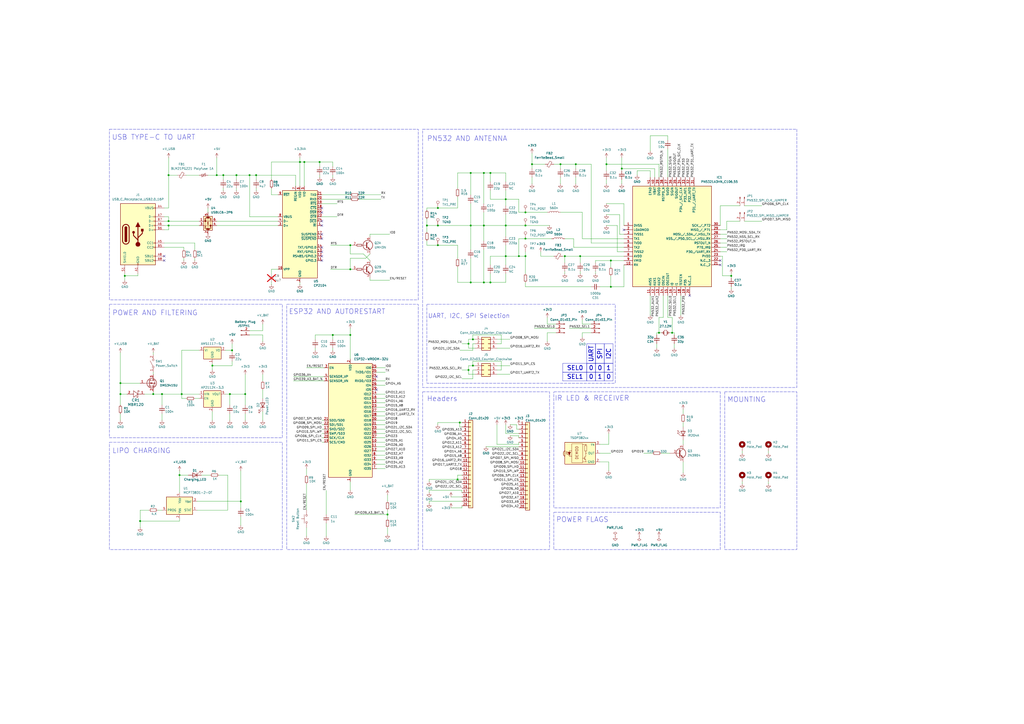
<source format=kicad_sch>
(kicad_sch (version 20231120) (generator "eeschema") (generator_version "8.0")
  (paper "A2")
  (title_block (title "Pen-Testing Device") (date "15/10/2024") (rev "1.0") (company "Author: Jonathan Woolf"))
  (junction (at 224.79 298.45))
  (junction (at 284.48 163.83))
  (junction (at 308.61 95.25))
  (junction (at 304.8 148.59))
  (junction (at 293.37 130.81))
  (junction (at 105.41 228.6))
  (junction (at 247.65 130.81))
  (junction (at 266.7 245.11))
  (junction (at 274.32 196.85))
  (junction (at 254 130.81))
  (junction (at 273.05 163.83))
  (junction (at 336.55 148.59))
  (junction (at 123.19 212.09))
  (junction (at 271.78 214.63))
  (junction (at 142.24 228.6))
  (junction (at 144.78 101.6))
  (junction (at 193.04 194.31))
  (junction (at 88.9 228.6))
  (junction (at 254 142.24))
  (junction (at 280.67 130.81))
  (junction (at 273.05 130.81))
  (junction (at 351.79 95.25))
  (junction (at 104.14 275.59))
  (junction (at 325.12 95.25))
  (junction (at 389.89 193.04))
  (junction (at 354.33 166.37))
  (junction (at 280.67 163.83))
  (junction (at 424.18 160.02))
  (junction (at 304.8 138.43))
  (junction (at 271.78 199.39))
  (junction (at 382.27 193.04))
  (junction (at 304.8 123.19))
  (junction (at 354.33 151.13))
  (junction (at 148.59 101.6))
  (junction (at 72.39 160.02))
  (junction (at 360.68 97.79))
  (junction (at 327.66 148.59))
  (junction (at 97.79 130.81))
  (junction (at 274.32 212.09))
  (junction (at 69.85 222.25))
  (junction (at 280.67 100.33))
  (junction (at 203.2 156.21))
  (junction (at 97.79 128.27))
  (junction (at 176.53 93.98))
  (junction (at 254 120.65))
  (junction (at 93.98 228.6))
  (junction (at 203.2 194.31))
  (junction (at 69.85 228.6))
  (junction (at 284.48 100.33))
  (junction (at 129.54 101.6))
  (junction (at 293.37 115.57))
  (junction (at 134.62 203.2))
  (junction (at 185.42 93.98))
  (junction (at 334.01 95.25))
  (junction (at 293.37 148.59))
  (junction (at 304.8 130.81))
  (junction (at 203.2 142.24))
  (junction (at 273.05 100.33))
  (junction (at 173.99 93.98))
  (junction (at 97.79 101.6))
  (junction (at 300.99 148.59))
  (junction (at 81.28 302.26))
  (junction (at 139.7 290.83))
  (junction (at 125.73 101.6))
  (junction (at 265.43 278.13))
  (junction (at 133.35 228.6))
  (junction (at 137.16 101.6))
  (no_connect (at 186.69 123.19))
  (no_connect (at 417.83 153.67))
  (no_connect (at 186.69 148.59))
  (no_connect (at 186.69 138.43))
  (no_connect (at 361.95 133.35))
  (no_connect (at 95.25 151.13))
  (no_connect (at 95.25 148.59))
  (no_connect (at 186.69 146.05))
  (no_connect (at 218.44 218.44))
  (no_connect (at 186.69 120.65))
  (no_connect (at 186.69 130.81))
  (no_connect (at 186.69 128.27))
  (no_connect (at 417.83 151.13))
  (no_connect (at 186.69 135.89))
  (no_connect (at 186.69 151.13))
  (no_connect (at 400.05 171.45))
  (no_connect (at 186.69 143.51))
  (no_connect (at 218.44 226.06))
  (wire (pts (xy 325.12 102.87) (xy 325.12 106.68)))
  (wire (pts (xy 379.73 97.79) (xy 360.68 97.79)))
  (wire (pts (xy 284.48 100.33) (xy 293.37 100.33)))
  (wire (pts (xy 218.44 264.16) (xy 223.52 264.16)))
  (wire (pts (xy 304.8 123.19) (xy 300.99 123.19)))
  (wire (pts (xy 321.31 95.25) (xy 325.12 95.25)))
  (wire (pts (xy 218.44 228.6) (xy 223.52 228.6)))
  (wire (pts (xy 218.44 220.98) (xy 223.52 220.98)))
  (wire (pts (xy 265.43 114.3) (xy 265.43 120.65)))
  (wire (pts (xy 148.59 109.22) (xy 148.59 110.49)))
  (wire (pts (xy 193.04 101.6) (xy 193.04 102.87)))
  (wire (pts (xy 299.72 246.38) (xy 299.72 248.92)))
  (wire (pts (xy 295.91 196.85) (xy 288.29 196.85)))
  (wire (pts (xy 284.48 148.59) (xy 293.37 148.59)))
  (wire (pts (xy 337.82 193.04) (xy 337.82 195.58)))
  (wire (pts (xy 387.35 184.15) (xy 389.89 184.15)))
  (wire (pts (xy 351.79 130.81) (xy 358.14 130.81)))
  (wire (pts (xy 417.83 119.38) (xy 429.26 119.38)))
  (wire (pts (xy 284.48 115.57) (xy 293.37 115.57)))
  (wire (pts (xy 280.67 163.83) (xy 284.48 163.83)))
  (wire (pts (xy 83.82 228.6) (xy 88.9 228.6)))
  (wire (pts (xy 95.25 140.97) (xy 113.03 140.97)))
  (wire (pts (xy 419.1 148.59) (xy 417.83 148.59)))
  (wire (pts (xy 265.43 163.83) (xy 273.05 163.83)))
  (wire (pts (xy 387.35 78.74) (xy 387.35 81.28)))
  (wire (pts (xy 325.12 95.25) (xy 325.12 97.79)))
  (wire (pts (xy 248.92 290.83) (xy 267.97 290.83)))
  (wire (pts (xy 93.98 234.95) (xy 93.98 228.6)))
  (wire (pts (xy 267.97 275.59) (xy 265.43 275.59)))
  (wire (pts (xy 308.61 102.87) (xy 308.61 106.68)))
  (wire (pts (xy 265.43 120.65) (xy 254 120.65)))
  (wire (pts (xy 224.79 295.91) (xy 224.79 298.45)))
  (wire (pts (xy 424.18 160.02) (xy 424.18 161.29)))
  (wire (pts (xy 351.79 95.25) (xy 351.79 99.06)))
  (wire (pts (xy 189.23 284.48) (xy 189.23 298.45)))
  (wire (pts (xy 351.79 104.14) (xy 351.79 106.68)))
  (wire (pts (xy 203.2 149.86) (xy 203.2 156.21)))
  (wire (pts (xy 186.69 246.38) (xy 187.96 246.38)))
  (wire (pts (xy 81.28 295.91) (xy 81.28 302.26)))
  (wire (pts (xy 354.33 151.13) (xy 354.33 154.94)))
  (wire (pts (xy 317.5 187.96) (xy 317.5 184.15)))
  (wire (pts (xy 316.23 95.25) (xy 308.61 95.25)))
  (wire (pts (xy 304.8 148.59) (xy 304.8 158.75)))
  (wire (pts (xy 293.37 251.46) (xy 300.99 251.46)))
  (wire (pts (xy 157.48 113.03) (xy 157.48 109.22)))
  (wire (pts (xy 293.37 124.46) (xy 293.37 130.81)))
  (wire (pts (xy 218.44 266.7) (xy 223.52 266.7)))
  (wire (pts (xy 248.92 292.1) (xy 248.92 290.83)))
  (wire (pts (xy 431.8 128.27) (xy 441.96 128.27)))
  (wire (pts (xy 300.99 254) (xy 300.99 252.73)))
  (wire (pts (xy 274.32 214.63) (xy 275.59 214.63)))
  (wire (pts (xy 113.03 140.97) (xy 113.03 144.78)))
  (wire (pts (xy 266.7 245.11) (xy 254 245.11)))
  (wire (pts (xy 182.88 194.31) (xy 182.88 196.85)))
  (wire (pts (xy 267.97 214.63) (xy 271.78 214.63)))
  (wire (pts (xy 69.85 222.25) (xy 69.85 228.6)))
  (wire (pts (xy 361.95 143.51) (xy 332.74 143.51)))
  (wire (pts (xy 396.24 245.11) (xy 396.24 247.65)))
  (wire (pts (xy 267.97 284.48) (xy 267.97 285.75)))
  (wire (pts (xy 144.78 191.77) (xy 152.4 191.77)))
  (wire (pts (xy 280.67 130.81) (xy 293.37 130.81)))
  (wire (pts (xy 69.85 204.47) (xy 69.85 222.25)))
  (wire (pts (xy 105.41 231.14) (xy 105.41 228.6)))
  (wire (pts (xy 361.95 153.67) (xy 361.95 166.37)))
  (wire (pts (xy 273.05 100.33) (xy 280.67 100.33)))
  (wire (pts (xy 293.37 148.59) (xy 293.37 153.67)))
  (wire (pts (xy 95.25 143.51) (xy 106.68 143.51)))
  (wire (pts (xy 419.1 160.02) (xy 424.18 160.02)))
  (wire (pts (xy 290.83 209.55) (xy 274.32 209.55)))
  (wire (pts (xy 342.9 187.96) (xy 337.82 187.96)))
  (wire (pts (xy 308.61 88.9) (xy 308.61 95.25)))
  (wire (pts (xy 214.63 151.13) (xy 210.82 147.32)))
  (wire (pts (xy 309.88 190.5) (xy 322.58 190.5)))
  (wire (pts (xy 186.69 243.84) (xy 187.96 243.84)))
  (wire (pts (xy 177.8 275.59) (xy 177.8 271.78)))
  (wire (pts (xy 72.39 160.02) (xy 72.39 162.56)))
  (wire (pts (xy 337.82 138.43) (xy 337.82 123.19)))
  (wire (pts (xy 391.16 193.04) (xy 391.16 194.31)))
  (wire (pts (xy 284.48 100.33) (xy 284.48 105.41)))
  (wire (pts (xy 132.08 275.59) (xy 127 275.59)))
  (wire (pts (xy 265.43 109.22) (xy 265.43 100.33)))
  (wire (pts (xy 116.84 275.59) (xy 121.92 275.59)))
  (wire (pts (xy 421.64 128.27) (xy 421.64 133.35)))
  (wire (pts (xy 265.43 278.13) (xy 248.92 278.13)))
  (wire (pts (xy 382.27 184.15) (xy 382.27 193.04)))
  (wire (pts (xy 345.44 151.13) (xy 354.33 151.13)))
  (wire (pts (xy 421.64 140.97) (xy 417.83 140.97)))
  (wire (pts (xy 137.16 101.6) (xy 137.16 104.14)))
  (wire (pts (xy 224.79 298.45) (xy 224.79 300.99)))
  (wire (pts (xy 293.37 130.81) (xy 293.37 137.16)))
  (wire (pts (xy 290.83 194.31) (xy 274.32 194.31)))
  (wire (pts (xy 133.35 228.6) (xy 133.35 234.95)))
  (wire (pts (xy 377.19 78.74) (xy 387.35 78.74)))
  (wire (pts (xy 325.12 123.19) (xy 337.82 123.19)))
  (wire (pts (xy 381 199.39) (xy 381 201.93)))
  (wire (pts (xy 360.68 104.14) (xy 360.68 106.68)))
  (wire (pts (xy 142.24 240.03) (xy 142.24 243.84)))
  (wire (pts (xy 280.67 130.81) (xy 280.67 139.7)))
  (wire (pts (xy 186.69 125.73) (xy 195.58 125.73)))
  (wire (pts (xy 203.2 142.24) (xy 203.2 147.32)))
  (wire (pts (xy 445.77 261.62) (xy 445.77 262.89)))
  (wire (pts (xy 266.7 247.65) (xy 266.7 245.11)))
  (wire (pts (xy 81.28 306.07) (xy 81.28 302.26)))
  (wire (pts (xy 93.98 228.6) (xy 105.41 228.6)))
  (wire (pts (xy 69.85 222.25) (xy 81.28 222.25)))
  (wire (pts (xy 431.8 119.38) (xy 441.96 119.38)))
  (wire (pts (xy 288.29 199.39) (xy 290.83 199.39)))
  (wire (pts (xy 137.16 109.22) (xy 137.16 110.49)))
  (wire (pts (xy 336.55 157.48) (xy 336.55 158.75)))
  (wire (pts (xy 369.57 99.06) (xy 377.19 99.06)))
  (wire (pts (xy 381 193.04) (xy 381 194.31)))
  (wire (pts (xy 208.28 115.57) (xy 220.98 115.57)))
  (wire (pts (xy 361.95 135.89) (xy 359.41 135.89)))
  (wire (pts (xy 354.33 160.02) (xy 354.33 166.37)))
  (wire (pts (xy 293.37 100.33) (xy 293.37 105.41)))
  (wire (pts (xy 360.68 97.79) (xy 360.68 99.06)))
  (wire (pts (xy 203.2 149.86) (xy 212.09 149.86)))
  (wire (pts (xy 337.82 187.96) (xy 337.82 185.42)))
  (wire (pts (xy 284.48 110.49) (xy 284.48 115.57)))
  (wire (pts (xy 107.95 101.6) (xy 115.57 101.6)))
  (wire (pts (xy 139.7 290.83) (xy 139.7 294.64)))
  (wire (pts (xy 97.79 128.27) (xy 115.57 128.27)))
  (wire (pts (xy 224.79 287.02) (xy 224.79 290.83)))
  (wire (pts (xy 218.44 238.76) (xy 223.52 238.76)))
  (wire (pts (xy 97.79 125.73) (xy 97.79 128.27)))
  (wire (pts (xy 218.44 213.36) (xy 223.52 213.36)))
  (wire (pts (xy 247.65 127) (xy 247.65 130.81)))
  (wire (pts (xy 295.91 201.93) (xy 288.29 201.93)))
  (wire (pts (xy 91.44 295.91) (xy 93.98 295.91)))
  (wire (pts (xy 218.44 233.68) (xy 223.52 233.68)))
  (wire (pts (xy 293.37 142.24) (xy 293.37 148.59)))
  (wire (pts (xy 104.14 275.59) (xy 109.22 275.59)))
  (wire (pts (xy 295.91 217.17) (xy 288.29 217.17)))
  (wire (pts (xy 203.2 190.5) (xy 203.2 194.31)))
  (wire (pts (xy 288.29 246.38) (xy 288.29 257.81)))
  (wire (pts (xy 186.69 118.11) (xy 195.58 118.11)))
  (wire (pts (xy 104.14 275.59) (xy 104.14 285.75)))
  (wire (pts (xy 347.98 262.89) (xy 354.33 262.89)))
  (wire (pts (xy 300.99 252.73) (xy 295.91 252.73)))
  (wire (pts (xy 358.14 130.81) (xy 358.14 146.05)))
  (wire (pts (xy 218.44 223.52) (xy 223.52 223.52)))
  (wire (pts (xy 125.73 128.27) (xy 161.29 128.27)))
  (wire (pts (xy 186.69 248.92) (xy 187.96 248.92)))
  (wire (pts (xy 123.19 212.09) (xy 123.19 214.63)))
  (wire (pts (xy 125.73 130.81) (xy 161.29 130.81)))
  (wire (pts (xy 152.4 217.17) (xy 152.4 220.98)))
  (wire (pts (xy 334.01 97.79) (xy 334.01 95.25)))
  (wire (pts (xy 274.32 199.39) (xy 275.59 199.39)))
  (wire (pts (xy 280.67 100.33) (xy 284.48 100.33)))
  (wire (pts (xy 247.65 121.92) (xy 247.65 120.65)))
  (wire (pts (xy 80.01 160.02) (xy 72.39 160.02)))
  (wire (pts (xy 284.48 158.75) (xy 284.48 163.83)))
  (wire (pts (xy 182.88 194.31) (xy 193.04 194.31)))
  (wire (pts (xy 218.44 261.62) (xy 223.52 261.62)))
  (wire (pts (xy 203.2 156.21) (xy 204.47 156.21)))
  (wire (pts (xy 177.8 295.91) (xy 177.8 280.67)))
  (wire (pts (xy 137.16 101.6) (xy 144.78 101.6)))
  (wire (pts (xy 218.44 254) (xy 223.52 254)))
  (wire (pts (xy 274.32 196.85) (xy 271.78 196.85)))
  (wire (pts (xy 381 193.04) (xy 382.27 193.04)))
  (wire (pts (xy 267.97 247.65) (xy 266.7 247.65)))
  (wire (pts (xy 88.9 227.33) (xy 88.9 228.6)))
  (wire (pts (xy 125.73 101.6) (xy 125.73 91.44)))
  (wire (pts (xy 218.44 248.92) (xy 223.52 248.92)))
  (wire (pts (xy 133.35 228.6) (xy 142.24 228.6)))
  (wire (pts (xy 361.95 166.37) (xy 354.33 166.37)))
  (wire (pts (xy 114.3 295.91) (xy 132.08 295.91)))
  (wire (pts (xy 359.41 135.89) (xy 359.41 124.46)))
  (wire (pts (xy 95.25 120.65) (xy 97.79 120.65)))
  (wire (pts (xy 275.59 217.17) (xy 271.78 217.17)))
  (wire (pts (xy 267.97 199.39) (xy 271.78 199.39)))
  (wire (pts (xy 326.39 148.59) (xy 327.66 148.59)))
  (wire (pts (xy 123.19 210.82) (xy 123.19 212.09)))
  (wire (pts (xy 284.48 153.67) (xy 284.48 148.59)))
  (wire (pts (xy 267.97 278.13) (xy 265.43 278.13)))
  (wire (pts (xy 293.37 246.38) (xy 293.37 251.46)))
  (wire (pts (xy 274.32 219.71) (xy 274.32 214.63)))
  (wire (pts (xy 389.89 193.04) (xy 388.62 193.04)))
  (wire (pts (xy 384.81 171.45) (xy 384.81 184.15)))
  (wire (pts (xy 254 245.11) (xy 254 246.38)))
  (wire (pts (xy 354.33 166.37) (xy 347.98 166.37)))
  (wire (pts (xy 144.78 194.31) (xy 152.4 194.31)))
  (wire (pts (xy 358.14 146.05) (xy 361.95 146.05)))
  (wire (pts (xy 293.37 130.81) (xy 304.8 130.81)))
  (wire (pts (xy 218.44 215.9) (xy 223.52 215.9)))
  (wire (pts (xy 421.64 133.35) (xy 417.83 133.35)))
  (wire (pts (xy 218.44 246.38) (xy 223.52 246.38)))
  (wire (pts (xy 218.44 251.46) (xy 223.52 251.46)))
  (wire (pts (xy 133.35 240.03) (xy 133.35 243.84)))
  (wire (pts (xy 152.4 226.06) (xy 152.4 231.14)))
  (wire (pts (xy 88.9 204.47) (xy 88.9 205.74)))
  (wire (pts (xy 351.79 118.11) (xy 361.95 118.11)))
  (wire (pts (xy 185.42 101.6) (xy 185.42 102.87)))
  (wire (pts (xy 369.57 101.6) (xy 369.57 99.06)))
  (wire (pts (xy 361.95 118.11) (xy 361.95 130.81)))
  (wire (pts (xy 274.32 194.31) (xy 274.32 196.85)))
  (wire (pts (xy 300.99 115.57) (xy 300.99 123.19)))
  (wire (pts (xy 271.78 201.93) (xy 271.78 199.39)))
  (wire (pts (xy 299.72 248.92) (xy 300.99 248.92)))
  (wire (pts (xy 322.58 193.04) (xy 317.5 193.04)))
  (wire (pts (xy 186.69 113.03) (xy 203.2 113.03)))
  (wire (pts (xy 157.48 163.83) (xy 157.48 165.1)))
  (wire (pts (xy 271.78 196.85) (xy 271.78 199.39)))
  (wire (pts (xy 88.9 215.9) (xy 88.9 217.17)))
  (wire (pts (xy 129.54 101.6) (xy 137.16 101.6)))
  (wire (pts (xy 342.9 140.97) (xy 342.9 95.25)))
  (wire (pts (xy 290.83 199.39) (xy 290.83 194.31)))
  (wire (pts (xy 203.2 279.4) (xy 203.2 284.48)))
  (wire (pts (xy 330.2 190.5) (xy 342.9 190.5)))
  (wire (pts (xy 304.8 138.43) (xy 300.99 138.43)))
  (wire (pts (xy 254 142.24) (xy 265.43 142.24)))
  (wire (pts (xy 176.53 93.98) (xy 173.99 93.98)))
  (wire (pts (xy 347.98 257.81) (xy 353.06 257.81)))
  (wire (pts (xy 144.78 101.6) (xy 144.78 125.73)))
  (wire (pts (xy 321.31 148.59) (xy 313.69 148.59)))
  (wire (pts (xy 334.01 102.87) (xy 334.01 106.68)))
  (wire (pts (xy 271.78 217.17) (xy 271.78 214.63)))
  (wire (pts (xy 214.63 162.56) (xy 226.06 162.56)))
  (wire (pts (xy 295.91 246.38) (xy 299.72 246.38)))
  (wire (pts (xy 273.05 130.81) (xy 280.67 130.81)))
  (wire (pts (xy 203.2 142.24) (xy 204.47 142.24)))
  (wire (pts (xy 120.65 101.6) (xy 125.73 101.6)))
  (wire (pts (xy 93.98 240.03) (xy 93.98 243.84)))
  (wire (pts (xy 361.95 140.97) (xy 342.9 140.97)))
  (wire (pts (xy 193.04 194.31) (xy 193.04 196.85)))
  (wire (pts (xy 218.44 269.24) (xy 223.52 269.24)))
  (wire (pts (xy 421.64 146.05) (xy 417.83 146.05)))
  (wire (pts (xy 273.05 113.03) (xy 273.05 100.33)))
  (wire (pts (xy 176.53 93.98) (xy 176.53 107.95)))
  (wire (pts (xy 186.69 115.57) (xy 203.2 115.57)))
  (wire (pts (xy 304.8 138.43) (xy 320.04 138.43)))
  (wire (pts (xy 342.9 193.04) (xy 337.82 193.04)))
  (wire (pts (xy 95.25 133.35) (xy 97.79 133.35)))
  (wire (pts (xy 334.01 95.25) (xy 325.12 95.25)))
  (wire (pts (xy 293.37 158.75) (xy 293.37 163.83)))
  (wire (pts (xy 300.99 257.81) (xy 300.99 256.54)))
  (wire (pts (xy 97.79 133.35) (xy 97.79 130.81)))
  (wire (pts (xy 271.78 212.09) (xy 271.78 214.63)))
  (wire (pts (xy 445.77 279.4) (xy 445.77 280.67)))
  (wire (pts (xy 170.18 218.44) (xy 187.96 218.44)))
  (wire (pts (xy 280.67 144.78) (xy 280.67 163.83)))
  (wire (pts (xy 267.97 294.64) (xy 267.97 293.37)))
  (wire (pts (xy 186.69 251.46) (xy 187.96 251.46)))
  (wire (pts (xy 105.41 203.2) (xy 105.41 228.6)))
  (wire (pts (xy 173.99 91.44) (xy 173.99 93.98)))
  (wire (pts (xy 191.77 142.24) (xy 203.2 142.24)))
  (wire (pts (xy 382.27 193.04) (xy 383.54 193.04)))
  (wire (pts (xy 97.79 130.81) (xy 115.57 130.81)))
  (wire (pts (xy 421.64 135.89) (xy 417.83 135.89)))
  (wire (pts (xy 430.53 279.4) (xy 430.53 280.67)))
  (wire (pts (xy 157.48 156.21) (xy 161.29 156.21)))
  (wire (pts (xy 182.88 201.93) (xy 182.88 203.2)))
  (wire (pts (xy 391.16 193.04) (xy 389.89 193.04)))
  (wire (pts (xy 275.59 196.85) (xy 274.32 196.85)))
  (wire (pts (xy 144.78 125.73) (xy 161.29 125.73)))
  (wire (pts (xy 248.92 284.48) (xy 248.92 285.75)))
  (wire (pts (xy 424.18 166.37) (xy 424.18 167.64)))
  (wire (pts (xy 69.85 240.03) (xy 69.85 243.84)))
  (wire (pts (xy 273.05 130.81) (xy 273.05 144.78)))
  (wire (pts (xy 189.23 303.53) (xy 189.23 311.15)))
  (wire (pts (xy 377.19 78.74) (xy 377.19 87.63)))
  (wire (pts (xy 193.04 194.31) (xy 203.2 194.31)))
  (wire (pts (xy 157.48 156.21) (xy 157.48 158.75)))
  (wire (pts (xy 218.44 243.84) (xy 223.52 243.84)))
  (wire (pts (xy 152.4 238.76) (xy 152.4 243.84)))
  (wire (pts (xy 69.85 228.6) (xy 73.66 228.6)))
  (wire (pts (xy 97.79 91.44) (xy 97.79 101.6)))
  (wire (pts (xy 265.43 154.94) (xy 265.43 163.83)))
  (wire (pts (xy 342.9 166.37) (xy 304.8 166.37)))
  (wire (pts (xy 106.68 143.51) (xy 106.68 144.78)))
  (wire (pts (xy 295.91 212.09) (xy 288.29 212.09)))
  (wire (pts (xy 173.99 163.83) (xy 173.99 165.1)))
  (wire (pts (xy 104.14 273.05) (xy 104.14 275.59)))
  (wire (pts (xy 361.95 138.43) (xy 337.82 138.43)))
  (wire (pts (xy 308.61 95.25) (xy 308.61 97.79)))
  (wire (pts (xy 300.99 148.59) (xy 304.8 148.59)))
  (wire (pts (xy 81.28 295.91) (xy 86.36 295.91)))
  (wire (pts (xy 322.58 187.96) (xy 317.5 187.96)))
  (wire (pts (xy 176.53 93.98) (xy 185.42 93.98)))
  (wire (pts (xy 248.92 278.13) (xy 248.92 279.4)))
  (wire (pts (xy 336.55 148.59) (xy 336.55 152.4)))
  (wire (pts (xy 342.9 95.25) (xy 334.01 95.25)))
  (wire (pts (xy 113.03 231.14) (xy 115.57 231.14)))
  (wire (pts (xy 218.44 241.3) (xy 223.52 241.3)))
  (wire (pts (xy 191.77 156.21) (xy 203.2 156.21)))
  (wire (pts (xy 424.18 158.75) (xy 424.18 160.02)))
  (wire (pts (xy 97.79 101.6) (xy 102.87 101.6)))
  (wire (pts (xy 224.79 306.07) (xy 224.79 309.88)))
  (wire (pts (xy 129.54 101.6) (xy 129.54 104.14)))
  (wire (pts (xy 144.78 101.6) (xy 148.59 101.6)))
  (wire (pts (xy 327.66 148.59) (xy 327.66 152.4)))
  (wire (pts (xy 125.73 101.6) (xy 129.54 101.6)))
  (wire (pts (xy 274.32 199.39) (xy 274.32 203.2)))
  (wire (pts (xy 69.85 228.6) (xy 69.85 234.95)))
  (wire (pts (xy 72.39 158.75) (xy 72.39 160.02)))
  (wire (pts (xy 421.64 128.27) (xy 429.26 128.27)))
  (wire (pts (xy 332.74 143.51) (xy 332.74 138.43)))
  (wire (pts (xy 288.29 214.63) (xy 290.83 214.63)))
  (wire (pts (xy 134.62 212.09) (xy 123.19 212.09)))
  (wire (pts (xy 218.44 259.08) (xy 223.52 259.08)))
  (wire (pts (xy 254 130.81) (xy 273.05 130.81)))
  (wire (pts (xy 293.37 115.57) (xy 300.99 115.57)))
  (wire (pts (xy 247.65 120.65) (xy 254 120.65)))
  (wire (pts (xy 132.08 295.91) (xy 132.08 275.59)))
  (wire (pts (xy 273.05 149.86) (xy 273.05 163.83)))
  (wire (pts (xy 139.7 290.83) (xy 139.7 273.05)))
  (wire (pts (xy 361.95 151.13) (xy 354.33 151.13)))
  (wire (pts (xy 247.65 142.24) (xy 254 142.24)))
  (wire (pts (xy 193.04 93.98) (xy 193.04 96.52)))
  (wire (pts (xy 214.63 135.89) (xy 226.06 135.89)))
  (wire (pts (xy 389.89 184.15) (xy 389.89 193.04)))
  (wire (pts (xy 430.53 261.62) (xy 430.53 262.89)))
  (wire (pts (xy 173.99 93.98) (xy 173.99 107.95)))
  (wire (pts (xy 261.62 288.29) (xy 267.97 288.29)))
  (wire (pts (xy 327.66 148.59) (xy 336.55 148.59)))
  (wire (pts (xy 218.44 256.54) (xy 223.52 256.54)))
  (wire (pts (xy 142.24 228.6) (xy 142.24 234.95)))
  (wire (pts (xy 419.1 148.59) (xy 419.1 160.02)))
  (wire (pts (xy 300.99 138.43) (xy 300.99 148.59)))
  (wire (pts (xy 113.03 149.86) (xy 113.03 151.13)))
  (wire (pts (xy 265.43 275.59) (xy 265.43 278.13)))
  (wire (pts (xy 203.2 147.32) (xy 210.82 147.32)))
  (wire (pts (xy 148.59 101.6) (xy 148.59 104.14)))
  (wire (pts (xy 377.19 99.06) (xy 377.19 102.87)))
  (wire (pts (xy 205.74 298.45) (xy 224.79 298.45)))
  (wire (pts (xy 170.18 220.98) (xy 187.96 220.98)))
  (wire (pts (xy 203.2 194.31) (xy 203.2 208.28)))
  (wire (pts (xy 265.43 100.33) (xy 273.05 100.33)))
  (wire (pts (xy 186.69 254) (xy 187.96 254)))
  (wire (pts (xy 247.65 139.7) (xy 247.65 142.24)))
  (wire (pts (xy 142.24 217.17) (xy 142.24 228.6)))
  (wire (pts (xy 345.44 151.13) (xy 345.44 152.4)))
  (wire (pts (xy 304.8 146.05) (xy 304.8 148.59)))
  (wire (pts (xy 247.65 130.81) (xy 247.65 134.62)))
  (wire (pts (xy 218.44 236.22) (xy 223.52 236.22)))
  (wire (pts (xy 327.66 157.48) (xy 327.66 158.75)))
  (wire (pts (xy 394.97 171.45) (xy 394.97 182.88)))
  (wire (pts (xy 304.8 166.37) (xy 304.8 163.83)))
  (wire (pts (xy 134.62 199.39) (xy 134.62 203.2)))
  (wire (pts (xy 105.41 228.6) (xy 115.57 228.6)))
  (wire (pts (xy 193.04 201.93) (xy 193.04 203.2)))
  (wire (pts (xy 351.79 91.44) (xy 351.79 95.25)))
  (wire (pts (xy 266.7 203.2) (xy 274.32 203.2)))
  (wire (pts (xy 280.67 100.33) (xy 280.67 118.11)))
  (wire (pts (xy 387.35 86.36) (xy 387.35 102.87)))
  (wire (pts (xy 95.25 125.73) (xy 97.79 125.73)))
  (wire (pts (xy 288.29 257.81) (xy 300.99 257.81)))
  (wire (pts (xy 290.83 214.63) (xy 290.83 209.55)))
  (wire (pts (xy 396.24 267.97) (xy 396.24 274.32)))
  (wire (pts (xy 280.67 123.19) (xy 280.67 130.81)))
  (wire (pts (xy 208.28 113.03) (xy 220.98 113.03)))
  (wire (pts (xy 313.69 148.59) (xy 313.69 146.05)))
  (wire (pts (xy 273.05 118.11) (xy 273.05 130.81)))
  (wire (pts (xy 304.8 130.81) (xy 318.77 130.81)))
  (wire (pts (xy 148.59 101.6) (xy 171.45 101.6)))
  (wire (pts (xy 347.98 267.97) (xy 353.06 267.97)))
  (wire (pts (xy 417.83 119.38) (xy 417.83 130.81)))
  (wire (pts (xy 391.16 199.39) (xy 391.16 201.93)))
  (wire (pts (xy 360.68 91.44) (xy 360.68 97.79)))
  (wire (pts (xy 359.41 124.46) (xy 351.79 124.46)))
  (wire (pts (xy 80.01 158.75) (xy 80.01 160.02)))
  (wire (pts (xy 106.68 149.86) (xy 106.68 151.13)))
  (wire (pts (xy 275.59 212.09) (xy 274.32 212.09)))
  (wire (pts (xy 130.81 203.2) (xy 134.62 203.2)))
  (wire (pts (xy 134.62 209.55) (xy 134.62 212.09)))
  (wire (pts (xy 81.28 302.26) (xy 104.14 302.26)))
  (wire (pts (xy 274.32 209.55) (xy 274.32 212.09)))
  (wire (pts (xy 345.44 157.48) (xy 345.44 158.75)))
  (wire (pts (xy 281.94 259.08) (xy 300.99 259.08)))
  (wire (pts (xy 293.37 110.49) (xy 293.37 115.57)))
  (wire (pts (xy 293.37 115.57) (xy 293.37 119.38)))
  (wire (pts (xy 379.73 102.87) (xy 379.73 97.79)))
  (wire (pts (xy 129.54 109.22) (xy 129.54 110.49)))
  (wire (pts (xy 396.24 237.49) (xy 396.24 240.03)))
  (wire (pts (xy 267.97 245.11) (xy 266.7 245.11)))
  (wire (pts (xy 95.25 130.81) (xy 97.79 130.81)))
  (wire (pts (xy 93.98 228.6) (xy 88.9 228.6)))
  (wire (pts (xy 383.54 262.89) (xy 388.62 262.89)))
  (wire (pts (xy 421.64 143.51) (xy 417.83 143.51)))
  (wire (pts (xy 134.62 204.47) (xy 134.62 203.2)))
  (wire (pts (xy 185.42 93.98) (xy 193.04 93.98)))
  (wire (pts (xy 284.48 163.83) (xy 293.37 163.83)))
  (wire (pts (xy 114.3 290.83) (xy 139.7 290.83)))
  (wire (pts (xy 177.8 213.36) (xy 187.96 213.36)))
  (wire (pts (xy 97.79 120.65) (xy 97.79 101.6)))
  (wire (pts (xy 353.06 267.97) (xy 353.06 273.05)))
  (wire (pts (xy 123.19 238.76) (xy 123.19 243.84)))
  (wire (pts (xy 218.44 231.14) (xy 223.52 231.14)))
  (wire (pts (xy 214.63 147.32) (xy 212.09 149.86)))
  (wire (pts (xy 336.55 148.59) (xy 361.95 148.59)))
  (wire (pts (xy 105.41 203.2) (xy 115.57 203.2)))
  (wire (pts (xy 274.32 212.09) (xy 271.78 212.09)))
  (wire (pts (xy 382.27 102.87) (xy 382.27 95.25)))
  (wire (pts (xy 104.14 302.26) (xy 104.14 300.99)))
  (wire (pts (xy 186.69 256.54) (xy 187.96 256.54)))
  (wire (pts (xy 327.66 138.43) (xy 332.74 138.43)))
  (wire (pts (xy 152.4 194.31) (xy 152.4 198.12)))
  (wire (pts (xy 273.05 163.83) (xy 280.67 163.83)))
  (wire (pts (xy 373.38 262.89) (xy 378.46 262.89)))
  (wire (pts (xy 421.64 138.43) (xy 417.83 138.43)))
  (wire (pts (xy 384.81 184.15) (xy 382.27 184.15)))
  (wire (pts (xy 120.65 120.65) (xy 120.65 123.19)))
  (wire (pts (xy 171.45 101.6) (xy 171.45 107.95)))
  (wire (pts (xy 293.37 148.59) (xy 300.99 148.59)))
  (wire (pts (xy 248.92 284.48) (xy 267.97 284.48)))
  (wire (pts (xy 265.43 142.24) (xy 265.43 149.86)))
  (wire (pts (xy 271.78 201.93) (xy 275.59 201.93)))
  (wire (pts (xy 185.42 93.98) (xy 185.42 96.52)))
  (wire (pts (xy 157.48 93.98) (xy 173.99 93.98)))
  (wire (pts (xy 218.44 271.78) (xy 223.52 271.78)))
  (wire (pts (xy 157.48 104.14) (xy 157.48 93.98)))
  (wire (pts (xy 214.63 135.89) (xy 214.63 137.16)))
  (wire (pts (xy 267.97 219.71) (xy 274.32 219.71)))
  (wire (pts (xy 304.8 123.19) (xy 317.5 123.19)))
  (wire (pts (xy 317.5 193.04) (xy 317.5 198.12)))
  (wire (pts (xy 139.7 299.72) (xy 139.7 304.8)))
  (wire (pts (xy 161.29 113.03) (xy 157.48 113.03)))
  (wire (pts (xy 107.95 231.14) (xy 105.41 231.14)))
  (wire (pts (xy 396.24 255.27) (xy 396.24 257.81)))
  (wire (pts (xy 177.8 306.07) (xy 177.8 311.15)))
  (wire (pts (xy 97.79 128.27) (xy 95.25 128.27)))
  (wire (pts (xy 351.79 95.25) (xy 382.27 95.25)))
  (wire (pts (xy 377.19 171.45) (xy 377.19 182.88)))
  (wire (pts (xy 353.06 257.81) (xy 353.06 251.46)))
  (wire (pts (xy 261.62 294.64) (xy 267.97 294.64)))
  (wire (pts (xy 247.65 130.81) (xy 254 130.81)))
  (wire (pts (xy 214.63 161.29) (xy 214.63 162.56)))
  (wire (pts (xy 387.35 171.45) (xy 387.35 184.15)))
  (wire (pts (xy 152.4 191.77) (xy 152.4 187.96)))
  (wire (pts (xy 130.81 228.6) (xy 133.35 228.6)))
  (rectangle (start 245.11 74.93) (end 462.28 224.79) (stroke (width 0) (type dash)))
  (rectangle (start 245.11 227.33) (end 318.77 318.77) (stroke (width 0) (type dash)))
  (rectangle (start 321.31 297.18) (end 417.83 318.77) (stroke (width 0) (type dash)))
  (rectangle (start 63.5 256.54) (end 163.83 318.77) (stroke (width 0) (type dash)))
  (rectangle (start 420.37 227.33) (end 462.28 318.77) (stroke (width 0) (type dash)))
  (rectangle (start 321.31 227.33) (end 417.83 294.64) (stroke (width 0) (type dash)))
  (rectangle (start 247.65 176.53) (end 356.87 222.25) (stroke (width 0) (type dash)))
  (rectangle (start 166.37 176.53) (end 242.57 318.77) (stroke (width 0) (type dash)))
  (rectangle (start 63.5 74.93) (end 242.57 173.99) (stroke (width 0) (type dash)))
  (rectangle (start 63.5 176.53) (end 163.83 254) (stroke (width 0) (type dash)))
  (text_box "0" (at 350.52 215.9 0) (size 5.08 5.08) (effects (font (size 2.54 2.54) (thickness 0.381) (bold yes))))
  (text_box "0" (at 345.44 210.82 0) (size 5.08 5.08) (effects (font (size 2.54 2.54) (thickness 0.381) (bold yes))))
  (text_box "0" (at 340.36 210.82 0) (size 5.08 5.08) (effects (font (size 2.54 2.54) (thickness 0.381) (bold yes))))
  (text_box "I2C" (at 350.52 199.39 90) (size 5.08 11.43) (effects (font (size 2.54 2.54) (thickness 0.381) (bold yes))))
  (text_box "0" (at 340.36 215.9 0) (size 5.08 5.08) (effects (font (size 2.54 2.54) (thickness 0.381) (bold yes))))
  (text_box "UART" (at 340.36 199.39 90) (size 5.08 11.43) (effects (font (size 2.54 2.54) (thickness 0.381) (bold yes))))
  (text_box "SPI" (at 345.44 199.39 90) (size 5.08 11.43) (effects (font (size 2.54 2.54) (thickness 0.381) (bold yes))))
  (text_box "1" (at 345.44 215.9 0) (size 5.08 5.08) (effects (font (size 2.54 2.54) (thickness 0.381) (bold yes))))
  (text_box "SEL0" (at 326.39 210.82 0) (size 13.97 5.08) (effects (font (size 2.54 2.54) (thickness 0.381) (bold yes)) (justify right)))
  (text_box "1" (at 350.52 210.82 0) (size 5.08 5.08) (effects (font (size 2.54 2.54) (thickness 0.381) (bold yes))))
  (text_box "SEL1" (at 326.39 215.9 0) (size 13.97 5.08) (effects (font (size 2.54 2.54) (thickness 0.381) (bold yes)) (justify right)))
  (text "LIPO CHARGING" (at 82.042 261.62 0) (effects (font (size 2.921 2.921))))
  (text "IR LED & RECEIVER" (at 343.408 231.14 0) (effects (font (size 2.921 2.921))))
  (text "UART, I2C, SPI Selection" (at 272.034 183.388 0) (effects (font (size 2.54 2.54))))
  (text "Headers" (at 256.54 231.394 0) (effects (font (size 2.921 2.921))))
  (text "USB TYPE-C TO UART" (at 89.154 79.756 0) (effects (font (size 2.921 2.921))))
  (text "PN532 AND ANTENNA" (at 271.018 80.518 0) (effects (font (size 2.921 2.921))))
  (text "ESP32 AND AUTORESTART" (at 195.58 180.848 0) (effects (font (size 2.921 2.921))))
  (text "POWER FLAGS" (at 337.82 301.498 0) (effects (font (size 2.921 2.921))))
  (text "MOUNTING" (at 433.07 231.902 0) (effects (font (size 2.921 2.921))))
  (text "POWER AND FILTERING" (at 89.916 181.61 0) (effects (font (size 2.921 2.921))))
  (label "GPIO06_SPI_CLK" (at 186.69 254 180))
  (label "GPIO17_UART2_TX" (at 267.97 270.51 180))
  (label "DTR" (at 195.58 125.73 0))
  (label "RTS" (at 191.77 142.24 0))
  (label "GPIO17_UART2_TX" (at 295.91 217.17 0))
  (label "GPIO4_A5" (at 223.52 223.52 0))
  (label "GPIO27_A10" (at 300.99 287.02 180))
  (label "PN532_SIGOUT" (at 392.43 102.87 90))
  (label "PN532_P31_UART_TX" (at 402.59 102.87 90))
  (label "GPIO11_SPI_CS" (at 295.91 212.09 0))
  (label "PN532_SEL0" (at 309.88 190.5 0))
  (label "PN532_IRQ" (at 421.64 143.51 0))
  (label "GPIO21_I2C_SDA" (at 223.52 248.92 0))
  (label "GPIO17_UART2_TX" (at 223.52 241.3 0))
  (label "PN532_NSS_SCL_RX" (at 421.64 138.43 0))
  (label "GPIO35_A13" (at 267.97 250.19 180))
  (label "GPIO34_A2" (at 300.99 294.64 180))
  (label "GPIO36_A4" (at 267.97 252.73 180))
  (label "GPIO07_SPI_MISO" (at 186.69 243.84 180))
  (label "EN{slash}RESET" (at 177.8 213.36 0))
  (label "EN{slash}RESET" (at 189.23 284.48 90))
  (label "PN532_AUX2" (at 382.27 171.45 270))
  (label "GPIO11_SPI_CS" (at 186.69 256.54 180))
  (label "GPIO26_A0" (at 300.99 284.48 180))
  (label "PN532_P35" (at 397.51 171.45 270))
  (label "GPIO06_SPI_CLK" (at 300.99 276.86 180))
  (label "RTS" (at 195.58 118.11 0))
  (label "PN532_SEL0" (at 389.89 171.45 270))
  (label "GPIO16_UART2_RX" (at 223.52 238.76 0))
  (label "IO0" (at 223.52 213.36 0))
  (label "GPIO33_A9" (at 300.99 292.1 180))
  (label "GPIO39_A3_BAT_%" (at 170.18 220.98 0))
  (label "GPIO25_A1" (at 223.52 256.54 0))
  (label "GPIO26_A0" (at 223.52 259.08 0))
  (label "GPIO23" (at 223.52 254 0))
  (label "GPIO08_SPI_MOSI" (at 186.69 246.38 180))
  (label "GPIO35_A13" (at 223.52 271.78 0))
  (label "GPIO36_A4" (at 170.18 218.44 0))
  (label "PN532_RSTPD_N" (at 384.81 102.87 90))
  (label "GPIO10_SPI_WP" (at 186.69 251.46 180))
  (label "GPIO32_A7" (at 300.99 289.56 180))
  (label "GPIO07_SPI_MISO" (at 300.99 266.7 180))
  (label "GPIO10_SPI_WP" (at 300.99 274.32 180))
  (label "RX" (at 220.98 113.03 0))
  (label "PN532_P34_SIC_CLK" (at 394.97 102.87 90))
  (label "GPIO18" (at 267.97 273.05 180))
  (label "GPIO15_A8" (at 223.52 236.22 0))
  (label "GPIO21_I2C_SDA" (at 300.99 261.62 180))
  (label "GPIO21_I2C_SDA" (at 266.7 203.2 180))
  (label "RX" (at 223.52 220.98 0))
  (label "PN532_P32" (at 400.05 102.87 90))
  (label "GPIO33_A9" (at 223.52 266.7 0))
  (label "GPIO22_I2C_SCL" (at 223.52 251.46 0))
  (label "GPIO23" (at 354.33 262.89 0))
  (label "PN532_AUX1" (at 379.73 171.45 270))
  (label "GPIO09_SPI_HD" (at 186.69 248.92 180))
  (label "DTR" (at 191.77 156.21 0))
  (label "GPIO13_A12" (at 223.52 231.14 0))
  (label "GPIO22_I2C_SCL" (at 267.97 283.21 180))
  (label "GPIO16_UART2_RX" (at 267.97 267.97 180))
  (label "GPIO22_I2C_SCL" (at 300.99 264.16 180))
  (label "GPIO14_A6" (at 267.97 262.89 180))
  (label "PN532_SEL1" (at 392.43 171.45 270))
  (label "PN532_RSTOUT_N" (at 421.64 140.97 0))
  (label "GPIO07_SPI_MISO" (at 441.96 128.27 0))
  (label "GPIO11_SPI_CS" (at 300.99 279.4 180))
  (label "IO0" (at 226.06 135.89 0))
  (label "GPIO13_A12" (at 267.97 260.35 180))
  (label "EN{slash}RESET" (at 177.8 295.91 90))
  (label "PN532_P30_UART_RX" (at 421.64 146.05 0))
  (label "GPIO25_A1" (at 300.99 281.94 180))
  (label "GPIO12_A11" (at 267.97 257.81 180))
  (label "GPIO09_SPI_HD" (at 300.99 271.78 180))
  (label "GPIO34_A2" (at 223.52 269.24 0))
  (label "GPIO32_A7" (at 223.52 264.16 0))
  (label "GPIO21_I2C_SDA" (at 267.97 280.67 180))
  (label "GPIO06_SPI_CLK" (at 441.96 119.38 0))
  (label "GPIO18" (at 223.52 243.84 0))
  (label "PN532_P33" (at 397.51 102.87 90))
  (label "PN532_SEL1" (at 330.2 190.5 0))
  (label "GPIO22_I2C_SCL" (at 267.97 219.71 180))
  (label "PN532_MOSI_SDA_TX" (at 267.97 199.39 180))
  (label "GPIO19" (at 373.38 262.89 180))
  (label "PN532_SIGIN" (at 389.89 102.87 90))
  (label "GPIO15_A8" (at 267.97 265.43 180))
  (label "GPIO39_A3_BAT_%" (at 205.74 298.45 0))
  (label "GPIO08_SPI_MOSI" (at 300.99 269.24 180))
  (label "PN532_MOSI_SDA_TX" (at 421.64 135.89 0))
  (label "GPIO16_UART2_RX" (at 295.91 201.93 0))
  (label "GPIO14_A6" (at 223.52 233.68 0))
  (label "TX" (at 220.98 115.57 0))
  (label "GPIO08_SPI_MOSI" (at 295.91 196.85 0))
  (label "GPIO19" (at 223.52 246.38 0))
  (label "TX" (at 223.52 215.9 0))
  (label "GPIO12_A11" (at 223.52 228.6 0))
  (label "GPIO4_A5" (at 267.97 255.27 180))
  (label "EN{slash}RESET" (at 226.06 162.56 0))
  (label "GPIO27_A10" (at 223.52 261.62 0))
  (label "PN532_NSS_SCL_RX" (at 267.97 214.63 180))
  (symbol (lib_id "Device:R_Small") (at 113.03 147.32 0) (unit 1)
    (property "Reference" "R5" (at 114.046 146.304 0) (effects (justify left)))
    (property "Value" "5k1" (at 114.046 148.082 0) (effects (justify left)))
    (property "Footprint" "Resistor_SMD:R_0402_1005Metric_Pad0.72x0.64mm_HandSolder" (effects (hide yes)))
    (property "Description" "Resistor, small symbol" (effects (hide yes)))
  )
  (symbol (lib_id "Device:R_Small") (at 152.4 223.52 0) (unit 1)
    (property "Reference" "R7" (at 153.67 222.504 0) (effects (justify left)))
    (property "Value" "1K" (at 153.924 224.536 0) (effects (justify left)))
    (property "Footprint" "Resistor_SMD:R_0402_1005Metric_Pad0.72x0.64mm_HandSolder" (effects (hide yes)))
    (property "Description" "Resistor, small symbol" (effects (hide yes)))
  )
  (symbol (lib_id "Regulator_Linear:AP2112K-3.3") (at 123.19 231.14 0) (unit 1)
    (property "Reference" "U3" (at 123.19 222.25 0))
    (property "Value" "AP2112K-3.3" (at 123.19 224.79 0))
    (property "Footprint" "Package_TO_SOT_SMD:SOT-23-5" (effects (hide yes)))
    (property "Datasheet" "https://www.diodes.com/assets/Datasheets/AP2112.pdf" (effects (hide yes)))
    (property "Description" "600mA low dropout linear regulator, with enable pin, 3.8V-6V input voltage range, 3.3V fixed positive output, SOT-23-5" (effects (hide yes)))
  )
  (symbol (lib_id "power:GND") (at 381 201.93 0) (unit 1)
    (property "Reference" "#PWR077" (effects (hide yes)))
    (property "Value" "GND" (at 381 205.994 0))
    (property "Description" "Power symbol creates a global label with name \"GND\" , ground" (effects (hide yes)))
  )
  (symbol (lib_id "power:GND") (at 203.2 284.48 0) (unit 1)
    (property "Reference" "#PWR045" (effects (hide yes)))
    (property "Value" "GND" (at 203.2 288.29 0))
  )
  (symbol (lib_id "power:+3.3V") (at 308.61 88.9 0) (unit 1)
    (property "Reference" "#PWR058" (effects (hide yes)))
    (property "Value" "+3V3" (at 308.61 84.328 0))
  )
  (symbol (lib_id "Device:C_Small") (at 280.67 120.65 0) (unit 1)
    (property "Reference" "C17" (at 282.448 119.38 0) (effects (justify left)))
    (property "Value" "100p" (at 282.448 121.92 0) (effects (justify left)))
    (property "Footprint" "Capacitor_THT:C_Disc_D7.5mm_W2.5mm_P5.00mm" (effects (hide yes)))
    (property "Description" "Unpolarized capacitor, small symbol" (effects (hide yes)))
  )
  (symbol (lib_id "power:GND") (at 185.42 102.87 0) (unit 1)
    (property "Reference" "#PWR040" (effects (hide yes)))
    (property "Value" "GND" (at 185.42 106.68 0))
    (property "Description" "Power symbol creates a global label with name \"GND\" , ground" (effects (hide yes)))
  )
  (symbol (lib_id "power:GND") (at 81.28 306.07 0) (unit 1)
    (property "Reference" "#PWR03" (effects (hide yes)))
    (property "Value" "GND" (at 81.28 309.88 0))
  )
  (symbol (lib_id "Switch:SW_Push") (at 177.8 300.99 90) (unit 1)
    (property "Reference" "SW2" (at 170.18 300.99 0))
    (property "Value" "Reset Button" (at 172.72 300.99 0))
    (property "Footprint" "Button_Switch_SMD:SW_Push_SPST_NO_Alps_SKRK" (effects (hide yes)))
    (property "Description" "Push button switch, generic, two pins" (effects (hide yes)))
  )
  (symbol (lib_id "power:GND") (at 351.79 130.81 0) (unit 1)
    (property "Reference" "#PWR071" (effects (hide yes)))
    (property "Value" "GND" (at 351.79 134.874 0))
    (property "Description" "Power symbol creates a global label with name \"GND\" , ground" (effects (hide yes)))
  )
  (symbol (lib_id "power:+BATT") (at 224.79 287.02 0) (unit 1)
    (property "Reference" "#PWR047" (effects (hide yes)))
    (property "Value" "+V_BAT" (at 224.79 281.94 0))
    (property "Description" "Power symbol creates a global label with name \"+BATT\"" (effects (hide yes)))
  )
  (symbol (lib_id "Device:R_Small") (at 157.48 106.68 0) (unit 1)
    (property "Reference" "R8" (at 158.496 105.664 0) (effects (justify left)))
    (property "Value" "10k" (at 158.496 107.442 0) (effects (justify left)))
    (property "Footprint" "Resistor_SMD:R_0402_1005Metric_Pad0.72x0.64mm_HandSolder" (effects (hide yes)))
    (property "Description" "Resistor, small symbol" (effects (hide yes)))
  )
  (symbol (lib_id "Device:C_Small") (at 133.35 237.49 0) (unit 1)
    (property "Reference" "C2" (at 135.128 236.22 0) (effects (justify left)))
    (property "Value" "10u" (at 135.128 238.76 0) (effects (justify left)))
    (property "Footprint" "Capacitor_SMD:C_0805_2012Metric_Pad1.18x1.45mm_HandSolder" (effects (hide yes)))
    (property "Description" "Unpolarized capacitor, small symbol" (effects (hide yes)))
  )
  (symbol (lib_id "power:GND") (at 308.61 106.68 0) (unit 1)
    (property "Reference" "#PWR059" (effects (hide yes)))
    (property "Value" "GND" (at 308.61 110.744 0))
    (property "Description" "Power symbol creates a global label with name \"GND\" , ground" (effects (hide yes)))
  )
  (symbol (lib_id "Device:C_Small") (at 293.37 139.7 0) (unit 1)
    (property "Reference" "C23" (at 295.148 138.43 0) (effects (justify left)))
    (property "Value" "220p" (at 295.148 140.97 0) (effects (justify left)))
    (property "Footprint" "Capacitor_THT:C_Disc_D7.5mm_W2.5mm_P5.00mm" (effects (hide yes)))
    (property "Description" "Unpolarized capacitor, small symbol" (effects (hide yes)))
  )
  (symbol (lib_id "power:GND") (at 394.97 182.88 0) (unit 1)
    (property "Reference" "#PWR079" (effects (hide yes)))
    (property "Value" "GND" (at 394.97 186.944 0))
    (property "Description" "Power symbol creates a global label with name \"GND\" , ground" (effects (hide yes)))
  )
  (symbol (lib_id "Connector:TestPoint") (at 304.8 146.05 0) (unit 1)
    (property "Reference" "TP7" (at 307.34 141.4779 0) (effects (justify left)))
    (property "Value" "RX" (at 307.34 144.0179 0) (effects (justify left)))
    (property "Footprint" "TestPoint:TestPoint_Pad_D1.5mm" (effects (hide yes)))
    (property "Description" "test point" (effects (hide yes)))
  )
  (symbol (lib_id "Device:C_Small") (at 345.44 154.94 0) (unit 1)
    (property "Reference" "C30" (at 347.218 153.67 0) (effects (justify left)))
    (property "Value" "0.1u" (at 347.218 156.21 0) (effects (justify left)))
    (property "Footprint" "Capacitor_THT:C_Disc_D7.5mm_W2.5mm_P5.00mm" (effects (hide yes)))
    (property "Description" "Unpolarized capacitor, small symbol" (effects (hide yes)))
  )
  (symbol (lib_id "power:GND") (at 353.06 273.05 0) (unit 1)
    (property "Reference" "#PWR055" (effects (hide yes)))
    (property "Value" "GND" (at 353.06 276.86 0))
  )
  (symbol (lib_id "Device:C_Small") (at 360.68 101.6 0) (unit 1)
    (property "Reference" "C33" (at 362.458 100.33 0) (effects (justify left)))
    (property "Value" "0.1u" (at 362.458 102.87 0) (effects (justify left)))
    (property "Footprint" "Capacitor_THT:C_Disc_D7.5mm_W2.5mm_P5.00mm" (effects (hide yes)))
    (property "Description" "Unpolarized capacitor, small symbol" (effects (hide yes)))
  )
  (symbol (lib_id "power:GND") (at 430.53 262.89 0) (unit 1)
    (property "Reference" "#PWR05" (effects (hide yes)))
    (property "Value" "GND" (at 430.53 266.7 0))
    (property "Description" "Power symbol creates a global label with name \"GND\" , ground" (effects (hide yes)))
  )
  (symbol (lib_id "Device:C_Small") (at 157.48 161.29 0) (unit 1) (in_bom no) (on_board no) (dnp yes)
    (property "Reference" "C9" (at 159.258 160.02 0) (effects (justify left)))
    (property "Value" "4u7" (at 159.258 162.56 0) (effects (justify left)))
    (property "Footprint" "Capacitor_SMD:C_0805_2012Metric_Pad1.18x1.45mm_HandSolder" (effects (hide yes)))
    (property "Description" "Unpolarized capacitor, small symbol" (effects (hide yes)))
  )
  (symbol (lib_id "power:+3.3V") (at 337.82 185.42 0) (unit 1)
    (property "Reference" "#PWR084" (effects (hide yes)))
    (property "Value" "+3V3" (at 337.82 180.848 0))
  )
  (symbol (lib_id "Device:C_Small") (at 325.12 100.33 0) (unit 1)
    (property "Reference" "C26" (at 326.898 99.06 0) (effects (justify left)))
    (property "Value" "10u" (at 326.898 101.6 0) (effects (justify left)))
    (property "Footprint" "Capacitor_THT:C_Disc_D7.5mm_W2.5mm_P5.00mm" (effects (hide yes)))
    (property "Description" "Unpolarized capacitor, small symbol" (effects (hide yes)))
  )
  (symbol (lib_id "Connector:TestPoint") (at 304.8 123.19 0) (unit 1)
    (property "Reference" "TP4" (at 307.34 118.6179 0) (effects (justify left)))
    (property "Value" "TX1_POST" (at 307.34 121.1579 0) (effects (justify left)))
    (property "Footprint" "TestPoint:TestPoint_Pad_D1.5mm" (effects (hide yes)))
    (property "Description" "test point" (effects (hide yes)))
  )
  (symbol (lib_id "power:GND") (at 391.16 201.93 0) (unit 1)
    (property "Reference" "#PWR078" (effects (hide yes)))
    (property "Value" "GND" (at 391.16 205.994 0))
    (property "Description" "Power symbol creates a global label with name \"GND\" , ground" (effects (hide yes)))
  )
  (symbol (lib_id "Connector:Conn_01x02_Pin") (at 139.7 194.31 0) (mirror x) (unit 1)
    (property "Reference" "JSTPH1" (at 141.478 188.976 0))
    (property "Value" "Battery Plug" (at 142.24 186.69 0))
    (property "Footprint" "Connector_JST:JST_PH_S2B-PH-K_1x02_P2.00mm_Horizontal" (effects (hide yes)))
    (property "Description" "Generic connector, single row, 01x02, script generated" (effects (hide yes)))
  )
  (symbol (lib_id "power:GND") (at 325.12 106.68 0) (unit 1)
    (property "Reference" "#PWR062" (effects (hide yes)))
    (property "Value" "GND" (at 325.12 110.744 0))
    (property "Description" "Power symbol creates a global label with name \"GND\" , ground" (effects (hide yes)))
  )
  (symbol (lib_id "power:+5VP") (at 104.14 273.05 0) (unit 1)
    (property "Reference" "#PWR09" (effects (hide yes)))
    (property "Value" "+V_USB" (at 104.14 267.97 0))
    (property "Description" "Power symbol creates a global label with name \"+5VP\"" (effects (hide yes)))
  )
  (symbol (lib_id "power:GND") (at 113.03 151.13 0) (unit 1)
    (property "Reference" "#PWR013" (effects (hide yes)))
    (property "Value" "GND" (at 113.03 154.94 0))
    (property "Description" "Power symbol creates a global label with name \"GND\" , ground" (effects (hide yes)))
  )
  (symbol (lib_id "Device:C_Small") (at 284.48 107.95 0) (unit 1)
    (property "Reference" "C19" (at 286.258 106.68 0) (effects (justify left)))
    (property "Value" "22p" (at 286.258 109.22 0) (effects (justify left)))
    (property "Footprint" "Capacitor_THT:C_Disc_D7.5mm_W2.5mm_P5.00mm" (effects (hide yes)))
    (property "Description" "Unpolarized capacitor, small symbol" (effects (hide yes)))
  )
  (symbol (lib_id "Device:R_Small") (at 124.46 275.59 270) (unit 1)
    (property "Reference" "R6" (at 122.809 273.431 90) (effects (justify left)))
    (property "Value" "1K" (at 123.317 277.749 90) (effects (justify left)))
    (property "Footprint" "Resistor_SMD:R_0402_1005Metric_Pad0.72x0.64mm_HandSolder" (effects (hide yes)))
    (property "Description" "Resistor, small symbol" (effects (hide yes)))
  )
  (symbol (lib_id "Transistor_BJT:UMH3N") (at 209.55 156.21 0) (unit 2)
    (property "Reference" "Q2" (at 217.17 154.9399 0) (effects (justify left)))
    (property "Value" "UMH3N" (at 217.17 157.4799 0) (effects (justify left)))
    (property "Footprint" "Package_TO_SOT_SMD:SOT-363_SC-70-6" (effects (hide yes)))
    (property "Datasheet" "http://rohmfs.rohm.com/en/products/databook/datasheet/discrete/transistor/digital/emh3t2r-e.pdf" (effects (hide yes)))
    (property "Description" "0.1A Ic, 50V Vce, Dual NPN Input Resistor Transistors, SOT-363" (effects (hide yes)))
  )
  (symbol (lib_id "Mechanical:MountingHole_Pad") (at 445.77 259.08 0) (unit 1) (in_bom no) (on_board no)
    (property "Reference" "H2" (at 448.31 256.5399 0) (effects (justify left)))
    (property "Value" "Hole_Pad" (at 448.31 259.0799 0) (effects (justify left)))
    (property "Footprint" "MountingHole:MountingHole_2.2mm_M2_Pad_Via" (effects (hide yes)))
    (property "Description" "Mounting Hole with connection" (effects (hide yes)))
  )
  (symbol (lib_id "Device:C_Small") (at 280.67 142.24 0) (unit 1)
    (property "Reference" "C18" (at 282.448 140.97 0) (effects (justify left)))
    (property "Value" "100p" (at 282.448 143.51 0) (effects (justify left)))
    (property "Footprint" "Capacitor_THT:C_Disc_D7.5mm_W2.5mm_P5.00mm" (effects (hide yes)))
    (property "Description" "Unpolarized capacitor, small symbol" (effects (hide yes)))
  )
  (symbol (lib_id "power:GND") (at 224.79 309.88 0) (unit 1)
    (property "Reference" "#PWR048" (effects (hide yes)))
    (property "Value" "GND" (at 224.79 313.69 0))
  )
  (symbol (lib_id "Device:R_Small") (at 381 262.89 90) (unit 1)
    (property "Reference" "R18" (at 379.222 261.874 90) (effects (justify left)))
    (property "Value" "330" (at 386.842 261.874 90) (effects (justify left)))
    (property "Footprint" "Resistor_THT:R_Axial_DIN0207_L6.3mm_D2.5mm_P10.16mm_Horizontal" (effects (hide yes)))
    (property "Description" "Resistor, small symbol" (effects (hide yes)))
  )
  (symbol (lib_id "Connector:TestPoint") (at 254 120.65 0) (unit 1)
    (property "Reference" "TP1" (at 256.54 116.0779 0) (effects (justify left)))
    (property "Value" "TX1_PRE" (at 256.54 118.6179 0) (effects (justify left)))
    (property "Footprint" "TestPoint:TestPoint_Pad_D1.5mm" (effects (hide yes)))
    (property "Description" "test point" (effects (hide yes)))
  )
  (symbol (lib_id "Device:C_Small") (at 336.55 154.94 0) (unit 1)
    (property "Reference" "C29" (at 338.328 153.67 0) (effects (justify left)))
    (property "Value" "10u" (at 338.328 156.21 0) (effects (justify left)))
    (property "Footprint" "Capacitor_THT:C_Disc_D7.5mm_W2.5mm_P5.00mm" (effects (hide yes)))
    (property "Description" "Unpolarized capacitor, small symbol" (effects (hide yes)))
  )
  (symbol (lib_id "power:+BATT") (at 139.7 273.05 0) (unit 1)
    (property "Reference" "#PWR023" (effects (hide yes)))
    (property "Value" "+V_BAT" (at 139.7 267.97 0))
    (property "Description" "Power symbol creates a global label with name \"+BATT\"" (effects (hide yes)))
  )
  (symbol (lib_id "Device:C_Small") (at 189.23 300.99 0) (unit 1)
    (property "Reference" "C11" (at 191.77 299.7262 0) (effects (justify left)))
    (property "Value" "1u" (at 191.77 302.2662 0) (effects (justify left)))
    (property "Footprint" "Capacitor_SMD:C_0402_1005Metric_Pad0.74x0.62mm_HandSolder" (effects (hide yes)))
  )
  (symbol (lib_id "Mechanical:MountingHole_Pad") (at 430.53 259.08 0) (unit 1) (in_bom no) (on_board no)
    (property "Reference" "H1" (at 433.07 256.5399 0) (effects (justify left)))
    (property "Value" "Hole_Pad" (at 433.07 259.0799 0) (effects (justify left)))
    (property "Footprint" "MountingHole:MountingHole_2.2mm_M2_Pad_Via" (effects (hide yes)))
    (property "Description" "Mounting Hole with connection" (effects (hide yes)))
  )
  (symbol (lib_id "Connector:Conn_01x03_Pin") (at 347.98 190.5 0) (mirror y) (unit 1)
    (property "Reference" "JP4" (at 347.345 182.88 0))
    (property "Value" "Conn_01x03_Pin" (at 347.345 185.42 0))
    (property "Footprint" "Connector_PinHeader_2.54mm:PinHeader_1x03_P2.54mm_Vertical" (effects (hide yes)))
    (property "Description" "Generic connector, single row, 01x03, script generated" (effects (hide yes)))
  )
  (symbol (lib_id "Device:C_Small") (at 93.98 237.49 0) (unit 1)
    (property "Reference" "C1" (at 95.758 236.22 0) (effects (justify left)))
    (property "Value" "100n" (at 95.758 238.76 0) (effects (justify left)))
    (property "Footprint" "Capacitor_SMD:C_0805_2012Metric_Pad1.18x1.45mm_HandSolder" (effects (hide yes)))
    (property "Description" "Unpolarized capacitor, small symbol" (effects (hide yes)))
  )
  (symbol (lib_id "power:GND") (at 129.54 110.49 0) (unit 1)
    (property "Reference" "#PWR022" (effects (hide yes)))
    (property "Value" "GND" (at 129.54 114.3 0))
    (property "Description" "Power symbol creates a global label with name \"GND\" , ground" (effects (hide yes)))
  )
  (symbol (lib_id "power:GND") (at 152.4 243.84 0) (unit 1)
    (property "Reference" "#PWR029" (effects (hide yes)))
    (property "Value" "GND" (at 152.4 247.65 0))
    (property "Description" "Power symbol creates a global label with name \"GND\" , ground" (effects (hide yes)))
  )
  (symbol (lib_id "Connector_Generic:Conn_01x20") (at 273.05 267.97 0) (unit 1)
    (property "Reference" "J2" (at 271.78 240.03 0) (effects (justify left)))
    (property "Value" "Conn_01x20" (at 271.78 242.57 0) (effects (justify left)))
    (property "Footprint" "Connector_PinSocket_2.54mm:PinSocket_1x20_P2.54mm_Vertical" (effects (hide yes)))
    (property "Description" "Generic connector, single row, 01x20, script generated (kicad-library-utils/schlib/autogen/connector/)" (effects (hide yes)))
  )
  (symbol (lib_id "power:GND") (at 157.48 165.1 0) (unit 1)
    (property "Reference" "#PWR033" (effects (hide yes)))
    (property "Value" "GND" (at 157.48 168.91 0))
    (property "Description" "Power symbol creates a global label with name \"GND\" , ground" (effects (hide yes)))
  )
  (symbol (lib_id "Device:R_Small") (at 354.33 157.48 0) (unit 1)
    (property "Reference" "R21" (at 356.235 156.845 0) (effects (justify left)))
    (property "Value" "1K" (at 356.235 158.75 0) (effects (justify left)))
    (property "Footprint" "Resistor_THT:R_Axial_DIN0207_L6.3mm_D2.5mm_P10.16mm_Horizontal" (effects (hide yes)))
  )
  (symbol (lib_id "Device:C_Small") (at 193.04 199.39 0) (unit 1)
    (property "Reference" "C13" (at 195.58 198.1263 0) (effects (justify left)))
    (property "Value" "100n" (at 195.58 200.6663 0) (effects (justify left)))
    (property "Footprint" "Capacitor_SMD:C_0402_1005Metric_Pad0.74x0.62mm_HandSolder" (effects (hide yes)))
  )
  (symbol (lib_id "power:GND") (at 93.98 243.84 0) (unit 1)
    (property "Reference" "#PWR07" (effects (hide yes)))
    (property "Value" "GND" (at 93.98 247.65 0))
    (property "Description" "Power symbol creates a global label with name \"GND\" , ground" (effects (hide yes)))
  )
  (symbol (lib_id "power:+3.3V") (at 288.29 246.38 0) (unit 1)
    (property "Reference" "#PWR051" (effects (hide yes)))
    (property "Value" "+5V" (at 288.29 242.57 0))
  )
  (symbol (lib_id "power:PWR_FLAG") (at 356.87 311.15 0) (unit 1)
    (property "Reference" "#FLG01" (effects (hide yes)))
    (property "Value" "PWR_FLAG" (at 351.79 306.07 0) (effects (justify left)))
  )
  (symbol (lib_id "power:GND") (at 445.77 280.67 0) (unit 1)
    (property "Reference" "#PWR016" (effects (hide yes)))
    (property "Value" "GND" (at 445.77 284.48 0))
    (property "Description" "Power symbol creates a global label with name \"GND\" , ground" (effects (hide yes)))
  )
  (symbol (lib_id "power:PWR_FLAG") (at 370.84 311.15 180) (unit 1)
    (property "Reference" "#FLG02" (effects (hide yes)))
    (property "Value" "PWR_FLAG" (at 370.84 316.23 0))
  )
  (symbol (lib_id "Connector_Generic:Conn_02x03_Top_Bottom") (at 280.67 214.63 0) (unit 1)
    (property "Reference" "J5" (at 281.94 205.74 0))
    (property "Value" "Conn_02x03_Counter_Clockwise" (at 281.94 208.28 0))
    (property "Footprint" "Connector_PinHeader_2.54mm:PinHeader_2x03_P2.54mm_Vertical" (effects (hide yes)))
    (property "Description" "Generic connector, double row, 02x03, top/bottom pin numbering scheme (row 1: 1...pins_per_row, row2: pins_per_row+1 ... num_pins), script generated (kicad-library-utils/schlib/autogen/connector/)" (effects (hide yes)))
  )
  (symbol (lib_id "Transistor_BJT:UMH3N") (at 209.55 142.24 0) (unit 1)
    (property "Reference" "Q2" (at 217.17 140.9699 0) (effects (justify left)))
    (property "Value" "UMH3N" (at 217.17 143.5099 0) (effects (justify left)))
    (property "Footprint" "Package_TO_SOT_SMD:SOT-363_SC-70-6" (effects (hide yes)))
    (property "Datasheet" "http://rohmfs.rohm.com/en/products/databook/datasheet/discrete/transistor/digital/emh3t2r-e.pdf" (effects (hide yes)))
    (property "Description" "0.1A Ic, 50V Vce, Dual NPN Input Resistor Transistors, SOT-363" (effects (hide yes)))
  )
  (symbol (lib_id "power:GND") (at 148.59 110.49 0) (unit 1)
    (property "Reference" "#PWR030" (effects (hide yes)))
    (property "Value" "GND" (at 148.59 114.3 0))
    (property "Description" "Power symbol creates a global label with name \"GND\" , ground" (effects (hide yes)))
  )
  (symbol (lib_id "power:+3.3V") (at 353.06 251.46 0) (unit 1)
    (property "Reference" "#PWR054" (effects (hide yes)))
    (property "Value" "+3V3" (at 353.06 247.65 0))
  )
  (symbol (lib_id "Device:C_Small") (at 381 196.85 180) (unit 1)
    (property "Reference" "C34" (at 379.222 198.12 0) (effects (justify left)))
    (property "Value" "33p" (at 379.222 195.58 0) (effects (justify left)))
    (property "Footprint" "Capacitor_THT:C_Disc_D7.5mm_W2.5mm_P5.00mm" (effects (hide yes)))
    (property "Description" "Unpolarized capacitor, small symbol" (effects (hide yes)))
  )
  (symbol (lib_id "Device:C_Small") (at 308.61 100.33 0) (unit 1)
    (property "Reference" "C25" (at 310.388 99.06 0) (effects (justify left)))
    (property "Value" "0.1u" (at 310.388 101.6 0) (effects (justify left)))
    (property "Footprint" "Capacitor_THT:C_Disc_D7.5mm_W2.5mm_P5.00mm" (effects (hide yes)))
    (property "Description" "Unpolarized capacitor, small symbol" (effects (hide yes)))
  )
  (symbol (lib_id "power:+5V") (at 120.65 120.65 0) (unit 1)
    (property "Reference" "#PWR017" (effects (hide yes)))
    (property "Value" "+5V" (at 120.65 115.57 0))
    (property "Description" "Power symbol creates a global label with name \"+5V\"" (effects (hide yes)))
  )
  (symbol (lib_id "Device:C_Small") (at 193.04 99.06 0) (unit 1)
    (property "Reference" "C14" (at 194.818 97.79 0) (effects (justify left)))
    (property "Value" "100n" (at 194.818 100.33 0) (effects (justify left)))
    (property "Footprint" "Capacitor_SMD:C_0805_2012Metric_Pad1.18x1.45mm_HandSolder" (effects (hide yes)))
    (property "Description" "Unpolarized capacitor, small symbol" (effects (hide yes)))
  )
  (symbol (lib_id "Device:LED") (at 152.4 234.95 270) (mirror x) (unit 1)
    (property "Reference" "D2" (at 149.733 233.553 0) (effects (justify right)))
    (property "Value" "Power_LED" (at 154.94 230.378 0) (effects (justify right)))
    (property "Footprint" "LED_SMD:LED_0603_1608Metric_Pad1.05x0.95mm_HandSolder" (effects (hide yes)))
    (property "Description" "Light emitting diode" (effects (hide yes)))
  )
  (symbol (lib_id "Device:C_Small") (at 293.37 107.95 0) (unit 1)
    (property "Reference" "C21" (at 295.148 106.68 0) (effects (justify left)))
    (property "Value" "NC" (at 295.148 109.22 0) (effects (justify left)))
    (property "Footprint" "Capacitor_THT:C_Disc_D7.5mm_W2.5mm_P5.00mm" (effects (hide yes)))
    (property "Description" "Unpolarized capacitor, small symbol" (effects (hide yes)))
  )
  (symbol (lib_id "power:GND") (at 173.99 165.1 0) (unit 1)
    (property "Reference" "#PWR037" (effects (hide yes)))
    (property "Value" "GND" (at 173.99 168.91 0))
    (property "Description" "Power symbol creates a global label with name \"GND\" , ground" (effects (hide yes)))
  )
  (symbol (lib_id "power:+3.3V") (at 300.99 246.38 0) (unit 1)
    (property "Reference" "#PWR053" (effects (hide yes)))
    (property "Value" "+3V3" (at 300.99 242.57 0))
  )
  (symbol (lib_id "power:GND") (at 106.68 151.13 0) (unit 1)
    (property "Reference" "#PWR012" (effects (hide yes)))
    (property "Value" "GND" (at 106.68 154.94 0))
    (property "Description" "Power symbol creates a global label with name \"GND\" , ground" (effects (hide yes)))
  )
  (symbol (lib_id "Device:C_Small") (at 334.01 100.33 0) (unit 1)
    (property "Reference" "C28" (at 335.788 99.06 0) (effects (justify left)))
    (property "Value" "0.1u" (at 335.788 101.6 0) (effects (justify left)))
    (property "Footprint" "Capacitor_THT:C_Disc_D7.5mm_W2.5mm_P5.00mm" (effects (hide yes)))
    (property "Description" "Unpolarized capacitor, small symbol" (effects (hide yes)))
  )
  (symbol (lib_id "power:GND") (at 336.55 158.75 0) (unit 1)
    (property "Reference" "#PWR065" (effects (hide yes)))
    (property "Value" "GND" (at 336.55 162.814 0))
    (property "Description" "Power symbol creates a global label with name \"GND\" , ground" (effects (hide yes)))
  )
  (symbol (lib_id "Device:R_Small") (at 304.8 161.29 0) (unit 1)
    (property "Reference" "R20" (at 306.705 160.655 0) (effects (justify left)))
    (property "Value" "1.69K" (at 306.705 162.56 0) (effects (justify left)))
    (property "Footprint" "Resistor_THT:R_Axial_DIN0207_L6.3mm_D2.5mm_P10.16mm_Horizontal" (effects (hide yes)))
  )
  (symbol (lib_id "power:GND") (at 281.94 259.08 0) (unit 1)
    (property "Reference" "#PWR050" (effects (hide yes)))
    (property "Value" "GND" (at 281.94 262.89 0))
  )
  (symbol (lib_id "RF_Module:ESP32-WROOM-32U") (at 203.2 243.84 0) (unit 1)
    (property "Reference" "U6" (at 205.3941 205.74 0) (effects (justify left)))
    (property "Value" "ESP32-WROOM-32U" (at 205.3941 208.28 0) (effects (justify left)))
    (property "Footprint" "RF_Module:ESP32-WROOM-32U" (effects (hide yes)))
    (property "Datasheet" "https://www.espressif.com/sites/default/files/documentation/esp32-wroom-32d_esp32-wroom-32u_datasheet_en.pdf" (effects (hide yes)))
    (property "Description" "RF Module, ESP32-D0WD SoC, Wi-Fi 802.11b/g/n, Bluetooth, BLE, 32-bit, 2.7-3.6V, external antenna, SMD" (effects (hide yes)))
  )
  (symbol (lib_id "power:+3.3V") (at 293.37 246.38 0) (unit 1)
    (property "Reference" "#PWR090" (effects (hide yes)))
    (property "Value" "+3V3" (at 293.37 242.57 0))
  )
  (symbol (lib_id "Device:C_Small") (at 129.54 106.68 0) (unit 1)
    (property "Reference" "C4" (at 131.318 105.41 0) (effects (justify left)))
    (property "Value" "22u" (at 131.318 107.95 0) (effects (justify left)))
    (property "Footprint" "Capacitor_SMD:C_0805_2012Metric_Pad1.18x1.45mm_HandSolder" (effects (hide yes)))
    (property "Description" "Unpolarized capacitor, small symbol" (effects (hide yes)))
  )
  (symbol (lib_id "MBR120:MBR120LSFT3G") (at 73.66 228.6 0) (unit 1)
    (property "Reference" "CR1" (at 78.74 232.156 0) (effects (font (size 1.524 1.524))))
    (property "Value" "MBR120" (at 78.74 234.696 0) (effects (font (size 1.524 1.524))))
    (property "Footprint" "MBR120:SDO_SOD-123FL498_OSI" (effects (hide yes)))
    (property "Datasheet" "MBR120LSFT3G" (effects (hide yes)))
  )
  (symbol (lib_id "power:GND") (at 337.82 195.58 0) (unit 1)
    (property "Reference" "#PWR085" (effects (hide yes)))
    (property "Value" "GND" (at 337.82 199.644 0))
    (property "Description" "Power symbol creates a global label with name \"GND\" , ground" (effects (hide yes)))
  )
  (symbol (lib_id "Device:C_Small") (at 345.44 166.37 90) (mirror x) (unit 1)
    (property "Reference" "C31" (at 345.4463 172.72 90))
    (property "Value" "1000p" (at 345.4463 170.18 90))
    (property "Footprint" "Capacitor_THT:C_Disc_D7.5mm_W2.5mm_P5.00mm" (effects (hide yes)))
    (property "Description" "Unpolarized capacitor, small symbol" (effects (hide yes)))
  )
  (symbol (lib_id "power:GND") (at 182.88 203.2 0) (unit 1)
    (property "Reference" "#PWR038" (effects (hide yes)))
    (property "Value" "GND" (at 182.88 207.01 0))
  )
  (symbol (lib_id "Device:C_Small") (at 134.62 207.01 0) (unit 1)
    (property "Reference" "C3" (at 136.398 205.74 0) (effects (justify left)))
    (property "Value" "22u" (at 136.398 208.28 0) (effects (justify left)))
    (property "Footprint" "Capacitor_SMD:C_0805_2012Metric_Pad1.18x1.45mm_HandSolder" (effects (hide yes)))
    (property "Description" "Unpolarized capacitor, small symbol" (effects (hide yes)))
  )
  (symbol (lib_id "power:GND") (at 152.4 198.12 0) (unit 1)
    (property "Reference" "#PWR032" (effects (hide yes)))
    (property "Value" "GND" (at 152.4 201.93 0))
    (property "Description" "Power symbol creates a global label with name \"GND\" , ground" (effects (hide yes)))
  )
  (symbol (lib_id "power:GND") (at 248.92 279.4 0) (unit 1)
    (property "Reference" "#PWR049" (effects (hide yes)))
    (property "Value" "GND" (at 248.92 283.21 0))
  )
  (symbol (lib_id "power:GND") (at 317.5 198.12 0) (unit 1)
    (property "Reference" "#PWR083" (effects (hide yes)))
    (property "Value" "GND" (at 317.5 202.184 0))
    (property "Description" "Power symbol creates a global label with name \"GND\" , ground" (effects (hide yes)))
  )
  (symbol (lib_id "power:GND") (at 254 246.38 0) (unit 1)
    (property "Reference" "#PWR052" (effects (hide yes)))
    (property "Value" "GND" (at 254 250.19 0))
  )
  (symbol (lib_id "Device:L") (at 321.31 123.19 90) (unit 1)
    (property "Reference" "L1" (at 321.31 118.11 90))
    (property "Value" "560n" (at 321.31 120.65 90))
    (property "Footprint" "Inductor_THT:L_Axial_L5.3mm_D2.2mm_P10.16mm_Horizontal_Vishay_IM-1" (effects (hide yes)))
    (property "Description" "Inductor" (effects (hide yes)))
  )
  (symbol (lib_id "power:GND") (at 424.18 167.64 0) (unit 1)
    (property "Reference" "#PWR081" (effects (hide yes)))
    (property "Value" "GND" (at 424.18 171.704 0))
    (property "Description" "Power symbol creates a global label with name \"GND\" , ground" (effects (hide yes)))
  )
  (symbol (lib_id "Connector:TestPoint") (at 254 130.81 0) (unit 1)
    (property "Reference" "TP2" (at 256.54 126.2379 0) (effects (justify left)))
    (property "Value" "TGND" (at 256.54 128.7779 0) (effects (justify left)))
    (property "Footprint" "TestPoint:TestPoint_Pad_D1.5mm" (effects (hide yes)))
    (property "Description" "test point" (effects (hide yes)))
  )
  (symbol (lib_id "Device:R_Small") (at 205.74 113.03 90) (unit 1)
    (property "Reference" "R10" (at 203.962 112.014 90) (effects (justify left)))
    (property "Value" "22R" (at 211.582 112.014 90) (effects (justify left)))
    (property "Footprint" "Resistor_SMD:R_0402_1005Metric_Pad0.72x0.64mm_HandSolder" (effects (hide yes)))
    (property "Description" "Resistor, small symbol" (effects (hide yes)))
  )
  (symbol (lib_id "power:GND") (at 345.44 158.75 0) (unit 1)
    (property "Reference" "#PWR066" (effects (hide yes)))
    (property "Value" "GND" (at 345.44 162.814 0))
    (property "Description" "Power symbol creates a global label with name \"GND\" , ground" (effects (hide yes)))
  )
  (symbol (lib_id "Interface_USB:CP2104") (at 173.99 135.89 0) (unit 1)
    (property "Reference" "U5" (at 181.864 163.068 0) (effects (justify left)))
    (property "Value" "CP2104" (at 181.864 165.608 0) (effects (justify left)))
    (property "Footprint" "Package_DFN_QFN:QFN-24-1EP_4x4mm_P0.5mm_EP2.6x2.6mm" (effects (hide yes)))
    (property "Datasheet" "https://www.silabs.com/documents/public/data-sheets/cp2104.pdf" (effects (hide yes)))
    (property "Description" "Single-Chip USB-to-UART Bridge, USB 2.0 Full-Speed, 2Mbps UART, QFN-24" (effects (hide yes)))
  )
  (symbol (lib_id "power:+BATT") (at 88.9 204.47 0) (unit 1)
    (property "Reference" "#PWR06" (effects (hide yes)))
    (property "Value" "+V_BAT" (at 88.9 199.39 0))
    (property "Description" "Power symbol creates a global label with name \"+BATT\"" (effects (hide yes)))
  )
  (symbol (lib_id "power:GND") (at 327.66 158.75 0) (unit 1)
    (property "Reference" "#PWR063" (effects (hide yes)))
    (property "Value" "GND" (at 327.66 162.814 0))
    (property "Description" "Power symbol creates a global label with name \"GND\" , ground" (effects (hide yes)))
  )
  (symbol (lib_id "power:GND") (at 318.77 130.81 0) (unit 1)
    (property "Reference" "#PWR061" (effects (hide yes)))
    (property "Value" "GND" (at 318.77 134.874 0))
    (property "Description" "Power symbol creates a global label with name \"GND\" , ground" (effects (hide yes)))
  )
  (symbol (lib_id "power:GND") (at 351.79 124.46 0) (unit 1)
    (property "Reference" "#PWR070" (effects (hide yes)))
    (property "Value" "GND" (at 351.79 128.524 0))
    (property "Description" "Power symbol creates a global label with name \"GND\" , ground" (effects (hide yes)))
  )
  (symbol (lib_id "Device:C_Small") (at 387.35 83.82 0) (mirror y) (unit 1)
    (property "Reference" "C35" (at 385.572 82.55 0) (effects (justify left)))
    (property "Value" "10u" (at 385.572 85.09 0) (effects (justify left)))
    (property "Footprint" "Capacitor_THT:C_Disc_D7.5mm_W2.5mm_P5.00mm" (effects (hide yes)))
    (property "Description" "Unpolarized capacitor, small symbol" (effects (hide yes)))
  )
  (symbol (lib_id "power:+3.3V") (at 203.2 190.5 0) (unit 1)
    (property "Reference" "#PWR044" (effects (hide yes)))
    (property "Value" "+3V3" (at 203.2 186.69 0))
  )
  (symbol (lib_id "power:GND") (at 248.92 285.75 0) (unit 1)
    (property "Reference" "#PWR086" (effects (hide yes)))
    (property "Value" "GND" (at 248.92 289.56 0))
  )
  (symbol (lib_id "power:+5VP") (at 97.79 91.44 0) (unit 1)
    (property "Reference" "#PWR010" (effects (hide yes)))
    (property "Value" "+V_USB" (at 97.79 86.36 0))
    (property "Description" "Power symbol creates a global label with name \"+5VP\"" (effects (hide yes)))
  )
  (symbol (lib_id "Regulator_Linear:AMS1117-5.0") (at 123.19 203.2 0) (unit 1)
    (property "Reference" "U2" (at 123.19 196.85 0))
    (property "Value" "AMS1117-5.0" (at 123.19 199.39 0))
    (property "Footprint" "Package_TO_SOT_SMD:SOT-223-3_TabPin2" (effects (hide yes)))
    (property "Datasheet" "http://www.advanced-monolithic.com/pdf/ds1117.pdf" (effects (hide yes)))
    (property "Description" "1A Low Dropout regulator, positive, 5.0V fixed output, SOT-223" (effects (hide yes)))
  )
  (symbol (lib_id "power:+3.3V") (at 313.69 146.05 0) (unit 1)
    (property "Reference" "#PWR060" (effects (hide yes)))
    (property "Value" "+3V3" (at 313.69 141.478 0))
  )
  (symbol (lib_id "Device:R_Small") (at 69.85 237.49 0) (unit 1)
    (property "Reference" "R1" (at 71.755 236.855 0) (effects (justify left)))
    (property "Value" "10K" (at 71.755 238.76 0) (effects (justify left)))
    (property "Footprint" "Resistor_SMD:R_0402_1005Metric_Pad0.72x0.64mm_HandSolder" (effects (hide yes)))
  )
  (symbol (lib_id "Device:C_Small") (at 148.59 106.68 0) (unit 1)
    (property "Reference" "C8" (at 150.368 105.41 0) (effects (justify left)))
    (property "Value" "4u7" (at 150.368 107.95 0) (effects (justify left)))
    (property "Footprint" "Capacitor_SMD:C_0805_2012Metric_Pad1.18x1.45mm_HandSolder" (effects (hide yes)))
    (property "Description" "Unpolarized capacitor, small symbol" (effects (hide yes)))
  )
  (symbol (lib_id "power:GND") (at 137.16 110.49 0) (unit 1)
    (property "Reference" "#PWR027" (effects (hide yes)))
    (property "Value" "GND" (at 137.16 114.3 0))
    (property "Description" "Power symbol creates a global label with name \"GND\" , ground" (effects (hide yes)))
  )
  (symbol (lib_id "Connector:TestPoint") (at 304.8 138.43 0) (unit 1)
    (property "Reference" "TP6" (at 307.34 133.8579 0) (effects (justify left)))
    (property "Value" "TX2_POST" (at 307.34 136.3979 0) (effects (justify left)))
    (property "Footprint" "TestPoint:TestPoint_Pad_D1.5mm" (effects (hide yes)))
    (property "Description" "test point" (effects (hide yes)))
  )
  (symbol (lib_id "Device:C_Small") (at 142.24 237.49 0) (unit 1)
    (property "Reference" "C6" (at 144.018 236.22 0) (effects (justify left)))
    (property "Value" "1u" (at 144.018 238.76 0) (effects (justify left)))
    (property "Footprint" "Capacitor_SMD:C_0805_2012Metric_Pad1.18x1.45mm_HandSolder" (effects (hide yes)))
    (property "Description" "Unpolarized capacitor, small symbol" (effects (hide yes)))
  )
  (symbol (lib_id "power:GND") (at 356.87 311.15 0) (unit 1)
    (property "Reference" "#PWR043" (effects (hide yes)))
    (property "Value" "GND" (at 356.87 316.23 0))
  )
  (symbol (lib_id "power:+3.3V") (at 134.62 199.39 0) (unit 1)
    (property "Reference" "#PWR020" (effects (hide yes)))
    (property "Value" "+5V" (at 134.62 194.056 0))
  )
  (symbol (lib_id "Connector_Generic:Conn_02x03_Top_Bottom") (at 280.67 199.39 0) (unit 1)
    (property "Reference" "J4" (at 281.94 190.5 0))
    (property "Value" "Conn_02x03_Counter_Clockwise" (at 281.94 193.04 0))
    (property "Footprint" "Connector_PinHeader_2.54mm:PinHeader_2x03_P2.54mm_Vertical" (effects (hide yes)))
    (property "Description" "Generic connector, double row, 02x03, top/bottom pin numbering scheme (row 1: 1...pins_per_row, row2: pins_per_row+1 ... num_pins), script generated (kicad-library-utils/schlib/autogen/connector/)" (effects (hide yes)))
  )
  (symbol (lib_id "power:+BATT") (at 152.4 187.96 0) (unit 1)
    (property "Reference" "#PWR031" (effects (hide yes)))
    (property "Value" "+V_BAT" (at 152.4 182.88 0))
    (property "Description" "Power symbol creates a global label with name \"+BATT\"" (effects (hide yes)))
  )
  (symbol (lib_id "power:GND") (at 177.8 311.15 0) (unit 1)
    (property "Reference" "#PWR035" (effects (hide yes)))
    (property "Value" "GND" (at 177.8 314.96 0))
  )
  (symbol (lib_id "power:+3.3V") (at 382.27 311.15 0) (unit 1)
    (property "Reference" "#PWR093" (effects (hide yes)))
    (property "Value" "+5V" (at 382.27 307.34 0))
  )
  (symbol (lib_id "power:GND") (at 295.91 246.38 0) (unit 1)
    (property "Reference" "#PWR091" (effects (hide yes)))
    (property "Value" "GND" (at 295.91 250.19 0))
  )
  (symbol (lib_id "Device:C_Small") (at 185.42 99.06 0) (unit 1)
    (property "Reference" "C12" (at 187.198 97.79 0) (effects (justify left)))
    (property "Value" "22u" (at 187.198 100.33 0) (effects (justify left)))
    (property "Footprint" "Capacitor_SMD:C_0805_2012Metric_Pad1.18x1.45mm_HandSolder" (effects (hide yes)))
    (property "Description" "Unpolarized capacitor, small symbol" (effects (hide yes)))
  )
  (symbol (lib_id "power:GND") (at 69.85 243.84 0) (unit 1)
    (property "Reference" "#PWR02" (effects (hide yes)))
    (property "Value" "GND" (at 69.85 247.65 0))
    (property "Description" "Power symbol creates a global label with name \"GND\" , ground" (effects (hide yes)))
  )
  (symbol (lib_id "Device:C_Small") (at 182.88 199.39 0) (unit 1)
    (property "Reference" "C10" (at 186.055 198.1263 0) (effects (justify left)))
    (property "Value" "22u" (at 186.055 200.6663 0) (effects (justify left)))
    (property "Footprint" "Capacitor_SMD:C_0805_2012Metric_Pad1.18x1.45mm_HandSolder" (effects (hide yes)))
  )
  (symbol (lib_id "power:+3.3V") (at 142.24 217.17 0) (unit 1)
    (property "Reference" "#PWR025" (effects (hide yes)))
    (property "Value" "+3V3" (at 142.24 212.598 0))
  )
  (symbol (lib_id "power:+5V") (at 125.73 91.44 0) (unit 1)
    (property "Reference" "#PWR021" (effects (hide yes)))
    (property "Value" "+5V" (at 125.73 86.36 0))
    (property "Description" "Power symbol creates a global label with name \"+5V\"" (effects (hide yes)))
  )
  (symbol (lib_id "Device:R_Small") (at 224.79 303.53 0) (unit 1)
    (property "Reference" "R13" (at 226.06 302.514 0) (effects (justify left)))
    (property "Value" "10K" (at 226.314 304.546 0) (effects (justify left)))
    (property "Footprint" "Resistor_SMD:R_0402_1005Metric_Pad0.72x0.64mm_HandSolder" (effects (hide yes)))
    (property "Description" "Resistor, small symbol" (effects (hide yes)))
  )
  (symbol (lib_id "power:+3.3V") (at 177.8 271.78 0) (unit 1)
    (property "Reference" "#PWR034" (effects (hide yes)))
    (property "Value" "+3V3" (at 177.8 267.97 0))
  )
  (symbol (lib_id "power:GND") (at 133.35 243.84 0) (unit 1)
    (property "Reference" "#PWR019" (effects (hide yes)))
    (property "Value" "GND" (at 133.35 247.65 0))
    (property "Description" "Power symbol creates a global label with name \"GND\" , ground" (effects (hide yes)))
  )
  (symbol (lib_id "Device:C_Small") (at 424.18 163.83 0) (unit 1)
    (property "Reference" "C37" (at 425.958 162.56 0) (effects (justify left)))
    (property "Value" "0.1u" (at 425.958 165.1 0) (effects (justify left)))
    (property "Footprint" "Capacitor_THT:C_Disc_D7.5mm_W2.5mm_P5.00mm" (effects (hide yes)))
    (property "Description" "Unpolarized capacitor, small symbol" (effects (hide yes)))
  )
  (symbol (lib_id "Switch:SW_SPST") (at 88.9 210.82 90) (unit 1)
    (property "Reference" "SW1" (at 90.17 209.5499 90) (effects (justify right)))
    (property "Value" "Power_Switch" (at 90.17 212.0899 90) (effects (justify right)))
    (property "Footprint" "Button_Switch_THT:SW_DIP_SPSTx01_Slide_9.78x4.72mm_W7.62mm_P2.54mm" (effects (hide yes)))
    (property "Description" "Single Pole Single Throw (SPST) switch" (effects (hide yes)))
  )
  (symbol (lib_id "Device:R_Small") (at 110.49 231.14 90) (unit 1)
    (property "Reference" "R3" (at 111.76 233.172 90) (effects (justify left)))
    (property "Value" "100k" (at 113.03 234.95 90) (effects (justify left)))
    (property "Footprint" "Resistor_SMD:R_0402_1005Metric_Pad0.72x0.64mm_HandSolder" (effects (hide yes)))
    (property "Description" "Resistor, small symbol" (effects (hide yes)))
  )
  (symbol (lib_id "power:GND") (at 120.65 135.89 0) (unit 1)
    (property "Reference" "#PWR018" (effects (hide yes)))
    (property "Value" "GND" (at 120.65 139.7 0))
    (property "Description" "Power symbol creates a global label with name \"GND\" , ground" (effects (hide yes)))
  )
  (symbol (lib_id "power:PWR_FLAG") (at 382.27 311.15 180) (unit 1)
    (property "Reference" "#FLG03" (effects (hide yes)))
    (property "Value" "PWR_FLAG" (at 382.27 316.23 0))
  )
  (symbol (lib_id "power:GND") (at 142.24 243.84 0) (unit 1)
    (property "Reference" "#PWR026" (effects (hide yes)))
    (property "Value" "GND" (at 142.24 247.65 0))
    (property "Description" "Power symbol creates a global label with name \"GND\" , ground" (effects (hide yes)))
  )
  (symbol (lib_id "Device:R_Small") (at 396.24 242.57 0) (unit 1)
    (property "Reference" "R19" (at 398.145 241.935 0) (effects (justify left)))
    (property "Value" "50" (at 398.145 243.84 0) (effects (justify left)))
    (property "Footprint" "Resistor_THT:R_Axial_DIN0207_L6.3mm_D2.5mm_P10.16mm_Horizontal" (effects (hide yes)))
  )
  (symbol (lib_id "Device:R_Small") (at 265.43 152.4 0) (mirror x) (unit 1)
    (property "Reference" "R17" (at 267.335 153.035 0) (effects (justify left)))
    (property "Value" "1.5" (at 267.335 151.13 0) (effects (justify left)))
    (property "Footprint" "Resistor_THT:R_Axial_DIN0207_L6.3mm_D2.5mm_P10.16mm_Horizontal" (effects (hide yes)))
  )
  (symbol (lib_id "Connector_Generic:Conn_01x20") (at 306.07 269.24 0) (unit 1)
    (property "Reference" "J3" (at 304.8 241.3 0) (effects (justify left)))
    (property "Value" "Conn_01x20" (at 304.8 243.84 0) (effects (justify left)))
    (property "Footprint" "Connector_PinSocket_2.54mm:PinSocket_1x20_P2.54mm_Vertical" (effects (hide yes)))
    (property "Description" "Generic connector, single row, 01x20, script generated (kicad-library-utils/schlib/autogen/connector/)" (effects (hide yes)))
  )
  (symbol (lib_id "Device:R_Small") (at 247.65 124.46 0) (unit 1)
    (property "Reference" "R14" (at 249.555 123.825 0) (effects (justify left)))
    (property "Value" "NC" (at 249.555 125.73 0) (effects (justify left)))
    (property "Footprint" "Resistor_SMD:R_0201_0603Metric_Pad0.64x0.40mm_HandSolder" (effects (hide yes)))
  )
  (symbol (lib_id "Device:C_Small") (at 273.05 115.57 0) (unit 1)
    (property "Reference" "C15" (at 274.828 114.3 0) (effects (justify left)))
    (property "Value" "NC" (at 274.828 116.84 0) (effects (justify left)))
    (property "Footprint" "Capacitor_THT:C_Disc_D7.5mm_W2.5mm_P5.00mm" (effects (hide yes)))
    (property "Description" "Unpolarized capacitor, small symbol" (effects (hide yes)))
  )
  (symbol (lib_id "Device:L") (at 323.85 138.43 90) (unit 1)
    (property "Reference" "L2" (at 323.85 133.35 90))
    (property "Value" "560n" (at 323.85 135.89 90))
    (property "Footprint" "Inductor_THT:L_Axial_L5.3mm_D2.2mm_P10.16mm_Horizontal_Vishay_IM-1" (effects (hide yes)))
    (property "Description" "Inductor" (effects (hide yes)))
  )
  (symbol (lib_id "Connector:Conn_01x02_Pin") (at 431.8 114.3 270) (unit 1)
    (property "Reference" "JP1" (at 433.07 113.6649 90) (effects (justify left)))
    (property "Value" "PN532_SPI_CLK_JUMPER" (at 433.07 116.2049 90) (effects (justify left)))
    (property "Footprint" "Connector_PinHeader_2.54mm:PinHeader_2x01_P2.54mm_Vertical" (effects (hide yes)))
    (property "Description" "Generic connector, single row, 01x02, script generated" (effects (hide yes)))
  )
  (symbol (lib_id "Connector:USB_C_Receptacle_USB2.0_16P") (at 80.01 135.89 0) (unit 1)
    (property "Reference" "J1" (at 80.01 113.03 0))
    (property "Value" "USB_C_Receptacle_USB2.0_16P" (at 80.01 115.57 0))
    (property "Footprint" "Connector_USB:USB_C_Receptacle_HRO_TYPE-C-31-M-12" (effects (hide yes)))
    (property "Datasheet" "https://www.usb.org/sites/default/files/documents/usb_type-c.zip" (effects (hide yes)))
    (property "Description" "USB 2.0-only 16P Type-C Receptacle connector" (effects (hide yes)))
  )
  (symbol (lib_id "power:GND") (at 351.79 106.68 0) (unit 1)
    (property "Reference" "#PWR068" (effects (hide yes)))
    (property "Value" "GND" (at 351.79 110.744 0))
    (property "Description" "Power symbol creates a global label with name \"GND\" , ground" (effects (hide yes)))
  )
  (symbol (lib_id "power:+3.3V") (at 261.62 294.64 0) (unit 1)
    (property "Reference" "#PWR089" (effects (hide yes)))
    (property "Value" "+3V3" (at 258.572 294.64 0))
  )
  (symbol (lib_id "PN5321A3HN_C106_55:PN5321A3HN_C106,55") (at 361.95 130.81 0) (unit 1)
    (property "Reference" "IC1" (at 417.322 102.87 0))
    (property "Value" "PN5321A3HN_C106,55" (at 417.322 105.41 0))
    (property "Footprint" "PN5180A0HN_C2Y:QFN50P600X600X100-41N-D" (effects (hide yes)))
    (property "Datasheet" "http://www.nxp.com/docs/en/nxp/data-sheets/PN532_C1.pdf" (effects (hide yes)))
    (property "Description" "NXP - PN5321A3HN/C106,55 - RFID, NFC, 13.56MHZ, HVQFN-40" (effects (hide yes)))
    (property "Height" "1" (effects (hide yes)))
    (property "Mouser Part Number" "771-PN5321A3HNC10" (effects (hide yes)))
    (property "Mouser Price/Stock" "https://www.mouser.co.uk/ProductDetail/NXP-Semiconductors/PN5321A3HN-C10655?qs=pw%2F%252B4fOKvQvWRxWaeVjU3A%3D%3D" (effects (hide yes)))
    (property "Manufacturer_Name" "NXP" (effects (hide yes)))
    (property "Manufacturer_Part_Number" "PN5321A3HN/C106,55" (effects (hide yes)))
  )
  (symbol (lib_id "Connector:TestPoint") (at 254 142.24 0) (unit 1)
    (property "Reference" "TP3" (at 256.54 137.6679 0) (effects (justify left)))
    (property "Value" "TX2_PRE" (at 256.54 140.2079 0) (effects (justify left)))
    (property "Footprint" "TestPoint:TestPoint_Pad_D1.5mm" (effects (hide yes)))
    (property "Description" "test point" (effects (hide yes)))
  )
  (symbol (lib_id "Power_Protection:USBLC6-2P6") (at 120.65 128.27 0) (unit 1)
    (property "Reference" "U4" (at 122.3011 120.65 0) (effects (justify left)))
    (property "Value" "USBLC6-2P6" (at 122.3011 123.19 0) (effects (justify left)))
    (property "Footprint" "Package_TO_SOT_SMD:SOT-666" (effects (hide yes)))
    (property "Datasheet" "https://www.st.com/resource/en/datasheet/usblc6-2.pdf" (effects (hide yes)))
    (property "Description" "Very low capacitance ESD protection diode, 2 data-line, SOT-666" (effects (hide yes)))
  )
  (symbol (lib_id "power:GND") (at 248.92 292.1 0) (unit 1)
    (property "Reference" "#PWR087" (effects (hide yes)))
    (property "Value" "GND" (at 248.92 295.91 0))
  )
  (symbol (lib_id "Transistor_BJT:2N3904") (at 393.7 262.89 0) (unit 1)
    (property "Reference" "Q3" (at 398.78 261.6199 0) (effects (justify left)))
    (property "Value" "2N3904" (at 398.78 264.1599 0) (effects (justify left)))
    (property "Footprint" "Package_TO_SOT_THT:TO-92_Inline" (effects (hide yes)))
    (property "Datasheet" "https://www.onsemi.com/pub/Collateral/2N3903-D.PDF" (effects (hide yes)))
    (property "Description" "0.2A Ic, 40V Vce, Small Signal NPN Transistor, TO-92" (effects (hide yes)))
  )
  (symbol (lib_id "Device:R_Small") (at 205.74 115.57 90) (unit 1)
    (property "Reference" "R11" (at 203.962 114.554 90) (effects (justify left)))
    (property "Value" "22R" (at 211.582 114.554 90) (effects (justify left)))
    (property "Footprint" "Resistor_SMD:R_0402_1005Metric_Pad0.72x0.64mm_HandSolder" (effects (hide yes)))
    (property "Description" "Resistor, small symbol" (effects (hide yes)))
  )
  (symbol (lib_id "Connector:TestPoint") (at 304.8 130.81 0) (unit 1)
    (property "Reference" "TP5" (at 307.34 126.2379 0) (effects (justify left)))
    (property "Value" "TGND" (at 307.34 128.7779 0) (effects (justify left)))
    (property "Footprint" "TestPoint:TestPoint_Pad_D1.5mm" (effects (hide yes)))
    (property "Description" "test point" (effects (hide yes)))
  )
  (symbol (lib_id "power:+5VP") (at 69.85 204.47 0) (unit 1)
    (property "Reference" "#PWR01" (effects (hide yes)))
    (property "Value" "+V_USB" (at 69.85 199.39 0))
    (property "Description" "Power symbol creates a global label with name \"+5VP\"" (effects (hide yes)))
  )
  (symbol (lib_id "Device:Crystal_Small") (at 386.08 193.04 0) (unit 1)
    (property "Reference" "Y1" (at 386.08 186.69 0))
    (property "Value" "27.12M" (at 386.08 189.23 0))
    (property "Footprint" "7M-27.120MAAJ-T:XTAL_7M-27.120MAAJ-T" (effects (hide yes)))
    (property "Description" "Two pin crystal, small symbol" (effects (hide yes)))
  )
  (symbol (lib_id "Device:C_Small") (at 327.66 154.94 0) (unit 1)
    (property "Reference" "C27" (at 329.438 153.67 0) (effects (justify left)))
    (property "Value" "0.1u" (at 329.438 156.21 0) (effects (justify left)))
    (property "Footprint" "Capacitor_THT:C_Disc_D7.5mm_W2.5mm_P5.00mm" (effects (hide yes)))
    (property "Description" "Unpolarized capacitor, small symbol" (effects (hide yes)))
  )
  (symbol (lib_id "power:GND") (at 377.19 182.88 0) (unit 1)
    (property "Reference" "#PWR076" (effects (hide yes)))
    (property "Value" "GND" (at 377.19 186.944 0))
    (property "Description" "Power symbol creates a global label with name \"GND\" , ground" (effects (hide yes)))
  )
  (symbol (lib_id "power:+3.3V") (at 152.4 217.17 0) (unit 1)
    (property "Reference" "#PWR028" (effects (hide yes)))
    (property "Value" "+3V3" (at 152.4 212.598 0))
  )
  (symbol (lib_id "Device:C_Small") (at 351.79 101.6 0) (unit 1)
    (property "Reference" "C32" (at 353.568 100.33 0) (effects (justify left)))
    (property "Value" "0.1u" (at 353.568 102.87 0) (effects (justify left)))
    (property "Footprint" "Capacitor_THT:C_Disc_D7.5mm_W2.5mm_P5.00mm" (effects (hide yes)))
    (property "Description" "Unpolarized capacitor, small symbol" (effects (hide yes)))
  )
  (symbol (lib_id "power:+3.3V") (at 360.68 91.44 0) (unit 1)
    (property "Reference" "#PWR072" (effects (hide yes)))
    (property "Value" "+3V3" (at 360.68 86.868 0))
  )
  (symbol (lib_id "Device:C_Small") (at 137.16 106.68 0) (unit 1)
    (property "Reference" "C7" (at 138.938 105.41 0) (effects (justify left)))
    (property "Value" "100n" (at 138.938 107.95 0) (effects (justify left)))
    (property "Footprint" "Capacitor_SMD:C_0805_2012Metric_Pad1.18x1.45mm_HandSolder" (effects (hide yes)))
    (property "Description" "Unpolarized capacitor, small symbol" (effects (hide yes)))
  )
  (symbol (lib_id "power:GND") (at 396.24 274.32 0) (unit 1)
    (property "Reference" "#PWR057" (effects (hide yes)))
    (property "Value" "GND" (at 396.24 278.13 0))
  )
  (symbol (lib_id "power:+3.3V") (at 424.18 158.75 0) (unit 1)
    (property "Reference" "#PWR080" (effects (hide yes)))
    (property "Value" "+3V3" (at 424.18 154.178 0))
  )
  (symbol (lib_id "Device:C_Small") (at 391.16 196.85 0) (unit 1)
    (property "Reference" "C36" (at 392.938 195.58 0) (effects (justify left)))
    (property "Value" "33p" (at 392.938 198.12 0) (effects (justify left)))
    (property "Footprint" "Capacitor_THT:C_Disc_D7.5mm_W2.5mm_P5.00mm" (effects (hide yes)))
    (property "Description" "Unpolarized capacitor, small symbol" (effects (hide yes)))
  )
  (symbol (lib_id "power:GND") (at 369.57 101.6 0) (unit 1)
    (property "Reference" "#PWR074" (effects (hide yes)))
    (property "Value" "GND" (at 369.57 105.41 0))
    (property "Description" "Power symbol creates a global label with name \"GND\" , ground" (effects (hide yes)))
  )
  (symbol (lib_id "Interface_Optical:TSOP382xx") (at 337.82 262.89 0) (unit 1)
    (property "Reference" "U7" (at 336.085 251.46 0))
    (property "Value" "TSOP382xx" (at 336.085 254 0))
    (property "Footprint" "OptoDevice:Vishay_MINICAST-3Pin" (effects (hide yes)))
    (property "Datasheet" "http://www.vishay.com/docs/82491/tsop382.pdf" (effects (hide yes)))
    (property "Description" "Photo Modules for PCM Remote Control Systems" (effects (hide yes)))
  )
  (symbol (lib_id "power:GND") (at 445.77 262.89 0) (unit 1)
    (property "Reference" "#PWR08" (effects (hide yes)))
    (property "Value" "GND" (at 445.77 266.7 0))
    (property "Description" "Power symbol creates a global label with name \"GND\" , ground" (effects (hide yes)))
  )
  (symbol (lib_id "Mechanical:MountingHole_Pad") (at 445.77 276.86 0) (unit 1) (in_bom no) (on_board no)
    (property "Reference" "H4" (at 448.31 274.3199 0) (effects (justify left)))
    (property "Value" "Hole_Pad" (at 448.31 276.8599 0) (effects (justify left)))
    (property "Footprint" "MountingHole:MountingHole_2.2mm_M2_Pad_Via" (effects (hide yes)))
    (property "Description" "Mounting Hole with connection" (effects (hide yes)))
  )
  (symbol (lib_id "power:GND") (at 193.04 203.2 0) (unit 1)
    (property "Reference" "#PWR041" (effects (hide yes)))
    (property "Value" "GND" (at 193.04 207.01 0))
  )
  (symbol (lib_id "Device:Polyfuse_Small") (at 118.11 101.6 90) (unit 1)
    (property "Reference" "F1" (at 118.11 95.25 90))
    (property "Value" "Polyfuse 1A" (at 118.11 97.79 90))
    (property "Footprint" "Fuse:Fuse_1206_3216Metric_Pad1.42x1.75mm_HandSolder" (effects (hide yes)))
    (property "Description" "Resettable fuse, polymeric positive temperature coefficient, small symbol" (effects (hide yes)))
  )
  (symbol (lib_id "Device:C_Small") (at 293.37 121.92 0) (unit 1)
    (property "Reference" "C22" (at 295.148 120.65 0) (effects (justify left)))
    (property "Value" "220p" (at 295.148 123.19 0) (effects (justify left)))
    (property "Footprint" "Capacitor_THT:C_Disc_D7.5mm_W2.5mm_P5.00mm" (effects (hide yes)))
    (property "Description" "Unpolarized capacitor, small symbol" (effects (hide yes)))
  )
  (symbol (lib_id "Device:R_Small") (at 106.68 147.32 0) (unit 1)
    (property "Reference" "R4" (at 107.696 146.304 0) (effects (justify left)))
    (property "Value" "5k1" (at 107.696 148.082 0) (effects (justify left)))
    (property "Footprint" "Resistor_SMD:R_0402_1005Metric_Pad0.72x0.64mm_HandSolder" (effects (hide yes)))
    (property "Description" "Resistor, small symbol" (effects (hide yes)))
  )
  (symbol (lib_id "power:+3.3V") (at 261.62 288.29 0) (unit 1)
    (property "Reference" "#PWR088" (effects (hide yes)))
    (property "Value" "+5V" (at 258.572 288.29 0))
  )
  (symbol (lib_id "LED:IR204A") (at 396.24 250.19 90) (unit 1)
    (property "Reference" "D3" (at 398.78 250.0629 90) (effects (justify right)))
    (property "Value" "IR204A" (at 398.78 252.6029 90) (effects (justify right)))
    (property "Footprint" "LED_THT:LED_D3.0mm_IRBlack" (effects (hide yes)))
    (property "Datasheet" "http://www.everlight.com/file/ProductFile/IR204-A.pdf" (effects (hide yes)))
    (property "Description" "Infrared LED , 3mm LED package" (effects (hide yes)))
  )
  (symbol (lib_id "Device:C_Small") (at 139.7 297.18 0) (unit 1)
    (property "Reference" "C5" (at 142.24 295.9163 0) (effects (justify left)))
    (property "Value" "100n" (at 142.24 298.4563 0) (effects (justify left)))
    (property "Footprint" "Capacitor_SMD:C_0402_1005Metric_Pad0.74x0.62mm_HandSolder" (effects (hide yes)))
  )
  (symbol (lib_id "power:GND") (at 377.19 87.63 0) (unit 1)
    (property "Reference" "#PWR075" (effects (hide yes)))
    (property "Value" "GND" (at 377.19 91.694 0))
    (property "Description" "Power symbol creates a global label with name \"GND\" , ground" (effects (hide yes)))
  )
  (symbol (lib_id "Device:R_Small") (at 177.8 278.13 0) (unit 1)
    (property "Reference" "R9" (at 179.07 277.114 0) (effects (justify left)))
    (property "Value" "10K" (at 179.324 279.146 0) (effects (justify left)))
    (property "Footprint" "Resistor_SMD:R_0402_1005Metric_Pad0.72x0.64mm_HandSolder" (effects (hide yes)))
    (property "Description" "Resistor, small symbol" (effects (hide yes)))
  )
  (symbol (lib_id "power:+3.3VA") (at 173.99 91.44 0) (unit 1)
    (property "Reference" "#PWR036" (effects (hide yes)))
    (property "Value" "+3.3VA" (at 173.99 86.36 0))
    (property "Description" "Power symbol creates a global label with name \"+3.3VA\"" (effects (hide yes)))
  )
  (symbol (lib_id "power:GND") (at 351.79 118.11 0) (unit 1)
    (property "Reference" "#PWR069" (effects (hide yes)))
    (property "Value" "GND" (at 351.79 122.174 0))
    (property "Description" "Power symbol creates a global label with name \"GND\" , ground" (effects (hide yes)))
  )
  (symbol (lib_id "power:GND") (at 334.01 106.68 0) (unit 1)
    (property "Reference" "#PWR064" (effects (hide yes)))
    (property "Value" "GND" (at 334.01 110.744 0))
    (property "Description" "Power symbol creates a global label with name \"GND\" , ground" (effects (hide yes)))
  )
  (symbol (lib_id "power:GND") (at 139.7 304.8 0) (unit 1)
    (property "Reference" "#PWR024" (effects (hide yes)))
    (property "Value" "GND" (at 139.7 308.61 0))
  )
  (symbol (lib_id "power:GND") (at 189.23 311.15 0) (unit 1)
    (property "Reference" "#PWR039" (effects (hide yes)))
    (property "Value" "GND" (at 189.23 314.96 0))
  )
  (symbol (lib_id "power:+3.3V") (at 396.24 237.49 0) (unit 1)
    (property "Reference" "#PWR056" (effects (hide yes)))
    (property "Value" "+3V3" (at 396.24 233.68 0))
  )
  (symbol (lib_id "power:+3.3V") (at 370.84 311.15 0) (unit 1)
    (property "Reference" "#PWR046" (effects (hide yes)))
    (property "Value" "+3V3" (at 370.84 307.34 0))
  )
  (symbol (lib_id "Connector:Conn_01x02_Pin") (at 431.8 123.19 270) (unit 1)
    (property "Reference" "JP2" (at 433.07 122.5549 90) (effects (justify left)))
    (property "Value" "PN532_SPI_MISO_JUMPER" (at 433.07 125.0949 90) (effects (justify left)))
    (property "Footprint" "Connector_PinHeader_2.54mm:PinHeader_2x01_P2.54mm_Vertical" (effects (hide yes)))
    (property "Description" "Generic connector, single row, 01x02, script generated" (effects (hide yes)))
  )
  (symbol (lib_id "Device:C_Small") (at 293.37 156.21 0) (unit 1)
    (property "Reference" "C24" (at 295.148 154.94 0) (effects (justify left)))
    (property "Value" "NC" (at 295.148 157.48 0) (effects (justify left)))
    (property "Footprint" "Capacitor_THT:C_Disc_D7.5mm_W2.5mm_P5.00mm" (effects (hide yes)))
    (property "Description" "Unpolarized capacitor, small symbol" (effects (hide yes)))
  )
  (symbol (lib_id "power:GND") (at 123.19 243.84 0) (unit 1)
    (property "Reference" "#PWR015" (effects (hide yes)))
    (property "Value" "GND" (at 123.19 247.65 0))
    (property "Description" "Power symbol creates a global label with name \"GND\" , ground" (effects (hide yes)))
  )
  (symbol (lib_id "Device:FerriteBead_Small") (at 323.85 148.59 90) (unit 1)
    (property "Reference" "FB3" (at 323.8119 142.24 90))
    (property "Value" "FerriteBead_Small" (at 323.8119 144.78 90))
    (property "Footprint" "Ferrite:BEADC2012X145N" (effects (hide yes)))
    (property "Description" "Ferrite bead, small symbol" (effects (hide yes)))
  )
  (symbol (lib_id "Device:C_Small") (at 284.48 156.21 0) (unit 1)
    (property "Reference" "C20" (at 286.258 154.94 0) (effects (justify left)))
    (property "Value" "22p" (at 286.258 157.48 0) (effects (justify left)))
    (property "Footprint" "Capacitor_THT:C_Disc_D7.5mm_W2.5mm_P5.00mm" (effects (hide yes)))
    (property "Description" "Unpolarized capacitor, small symbol" (effects (hide yes)))
  )
  (symbol (lib_id "power:+3.3V") (at 351.79 91.44 0) (unit 1)
    (property "Reference" "#PWR067" (effects (hide yes)))
    (property "Value" "+3V3" (at 351.79 86.868 0))
  )
  (symbol (lib_id "Device:C_Small") (at 273.05 147.32 0) (unit 1)
    (property "Reference" "C16" (at 274.828 146.05 0) (effects (justify left)))
    (property "Value" "NC" (at 274.828 148.59 0) (effects (justify left)))
    (property "Footprint" "Capacitor_THT:C_Disc_D7.5mm_W2.5mm_P5.00mm" (effects (hide yes)))
    (property "Description" "Unpolarized capacitor, small symbol" (effects (hide yes)))
  )
  (symbol (lib_id "power:GND") (at 295.91 252.73 0) (unit 1)
    (property "Reference" "#PWR092" (effects (hide yes)))
    (property "Value" "GND" (at 295.91 256.54 0))
  )
  (symbol (lib_id "power:GND") (at 430.53 280.67 0) (unit 1)
    (property "Reference" "#PWR011" (effects (hide yes)))
    (property "Value" "GND" (at 430.53 284.48 0))
    (property "Description" "Power symbol creates a global label with name \"GND\" , ground" (effects (hide yes)))
  )
  (symbol (lib_id "Device:Q_PMOS_GSD") (at 86.36 222.25 0) (unit 1)
    (property "Reference" "Q1" (at 92.71 220.9799 0) (effects (justify left)))
    (property "Value" "DMG3415U" (at 92.71 223.5199 0) (effects (justify left)))
    (property "Footprint" "DGM3415U:SOT95P240X105-3N" (effects (hide yes)))
  )
  (symbol (lib_id "Connector:Conn_01x03_Pin") (at 327.66 190.5 0) (mirror y) (unit 1)
    (property "Reference" "JP3" (at 327.025 182.88 0))
    (property "Value" "Conn_01x03_Pin" (at 327.025 185.42 0))
    (property "Footprint" "Connector_PinHeader_2.54mm:PinHeader_1x03_P2.54mm_Vertical" (effects (hide yes)))
    (property "Description" "Generic connector, single row, 01x03, script generated" (effects (hide yes)))
  )
  (symbol (lib_id "power:GND") (at 72.39 162.56 0) (unit 1)
    (property "Reference" "#PWR04" (effects (hide yes)))
    (property "Value" "GND" (at 72.39 166.37 0))
    (property "Description" "Power symbol creates a global label with name \"GND\" , ground" (effects (hide yes)))
  )
  (symbol (lib_id "Device:R_Small") (at 247.65 137.16 0) (unit 1)
    (property "Reference" "R15" (at 249.555 136.525 0) (effects (justify left)))
    (property "Value" "NC" (at 249.555 138.43 0) (effects (justify left)))
    (property "Footprint" "Resistor_SMD:R_0201_0603Metric_Pad0.64x0.40mm_HandSolder" (effects (hide yes)))
  )
  (symbol (lib_id "Device:R_Small") (at 265.43 111.76 0) (mirror x) (unit 1)
    (property "Reference" "R16" (at 267.335 112.395 0) (effects (justify left)))
    (property "Value" "1.5" (at 267.335 110.49 0) (effects (justify left)))
    (property "Footprint" "Resistor_THT:R_Axial_DIN0207_L6.3mm_D2.5mm_P10.16mm_Horizontal" (effects (hide yes)))
  )
  (symbol (lib_id "power:GND") (at 360.68 106.68 0) (unit 1)
    (property "Reference" "#PWR073" (effects (hide yes)))
    (property "Value" "GND" (at 360.68 110.744 0))
    (property "Description" "Power symbol creates a global label with name \"GND\" , ground" (effects (hide yes)))
  )
  (symbol (lib_id "Device:R_Small") (at 224.79 293.37 0) (unit 1)
    (property "Reference" "R12" (at 226.06 292.354 0) (effects (justify left)))
    (property "Value" "10K" (at 226.314 294.386 0) (effects (justify left)))
    (property "Footprint" "Resistor_SMD:R_0402_1005Metric_Pad0.72x0.64mm_HandSolder" (effects (hide yes)))
    (property "Description" "Resistor, small symbol" (effects (hide yes)))
  )
  (symbol (lib_id "Device:FerriteBead_Small") (at 318.77 95.25 90) (unit 1)
    (property "Reference" "FB2" (at 318.7319 88.9 90))
    (property "Value" "FerriteBead_Small" (at 318.7319 91.44 90))
    (property "Footprint" "Ferrite:BEADC2012X145N" (effects (hide yes)))
    (property "Description" "Ferrite bead, small symbol" (effects (hide yes)))
  )
  (symbol (lib_id "Device:LED") (at 113.03 275.59 180) (unit 1)
    (property "Reference" "D1" (at 111.633 272.923 0) (effects (justify right)))
    (property "Value" "Charging_LED" (at 106.68 278.13 0) (effects (justify right)))
    (property "Footprint" "LED_SMD:LED_0603_1608Metric_Pad1.05x0.95mm_HandSolder" (effects (hide yes)))
    (property "Description" "Light emitting diode" (effects (hide yes)))
  )
  (symbol (lib_id "Device:FerriteBead_Small") (at 105.41 101.6 90) (unit 1)
    (property "Reference" "FB1" (at 105.3719 95.25 90))
    (property "Value" "BLM21PG221" (at 105.3719 97.79 90))
    (property "Footprint" "Inductor_SMD:L_0603_1608Metric_Pad1.05x0.95mm_HandSolder" (effects (hide yes)))
    (property "Description" "Ferrite bead, small symbol" (effects (hide yes)))
  )
  (symbol (lib_id "Device:R_Small") (at 88.9 295.91 270) (unit 1)
    (property "Reference" "R2" (at 87.249 293.751 90) (effects (justify left)))
    (property "Value" "4.K" (at 87.757 298.069 90) (effects (justify left)))
    (property "Footprint" "Resistor_SMD:R_0402_1005Metric_Pad0.72x0.64mm_HandSolder" (effects (hide yes)))
    (property "Description" "Resistor, small symbol" (effects (hide yes)))
  )
  (symbol (lib_id "Mechanical:MountingHole_Pad") (at 430.53 276.86 0) (unit 1) (in_bom no) (on_board no)
    (property "Reference" "H3" (at 433.07 274.3199 0) (effects (justify left)))
    (property "Value" "Hole_Pad" (at 433.07 276.8599 0) (effects (justify left)))
    (property "Footprint" "MountingHole:MountingHole_2.2mm_M2_Pad_Via" (effects (hide yes)))
    (property "Description" "Mounting Hole with connection" (effects (hide yes)))
  )
  (symbol (lib_id "power:+3.3V") (at 317.5 184.15 0) (unit 1)
    (property "Reference" "#PWR082" (effects (hide yes)))
    (property "Value" "+3V3" (at 317.5 179.578 0))
  )
  (symbol (lib_id "Battery_Management:MCP73831-2-OT") (at 104.14 293.37 0) (unit 1)
    (property "Reference" "U1" (at 106.3341 283.21 0) (effects (justify left)))
    (property "Value" "MCP73831-2-OT" (at 106.3341 285.75 0) (effects (justify left)))
    (property "Footprint" "Package_TO_SOT_SMD:SOT-23-5" (effects (hide yes)))
    (property "Datasheet" "http://ww1.microchip.com/downloads/en/DeviceDoc/20001984g.pdf" (effects (hide yes)))
    (property "Description" "Single cell, Li-Ion/Li-Po charge management controller, 4.20V, Tri-State Status Output, in SOT23-5 package" (effects (hide yes)))
  )
  (symbol (lib_id "power:GND") (at 193.04 102.87 0) (unit 1)
    (property "Reference" "#PWR042" (effects (hide yes)))
    (property "Value" "GND" (at 193.04 106.68 0))
    (property "Description" "Power symbol creates a global label with name \"GND\" , ground" (effects (hide yes)))
  )
  (symbol (lib_id "power:GND") (at 123.19 214.63 0) (unit 1)
    (property "Reference" "#PWR014" (effects (hide yes)))
    (property "Value" "GND" (at 123.19 218.44 0))
    (property "Description" "Power symbol creates a global label with name \"GND\" , ground" (effects (hide yes)))
  )
)
</source>
